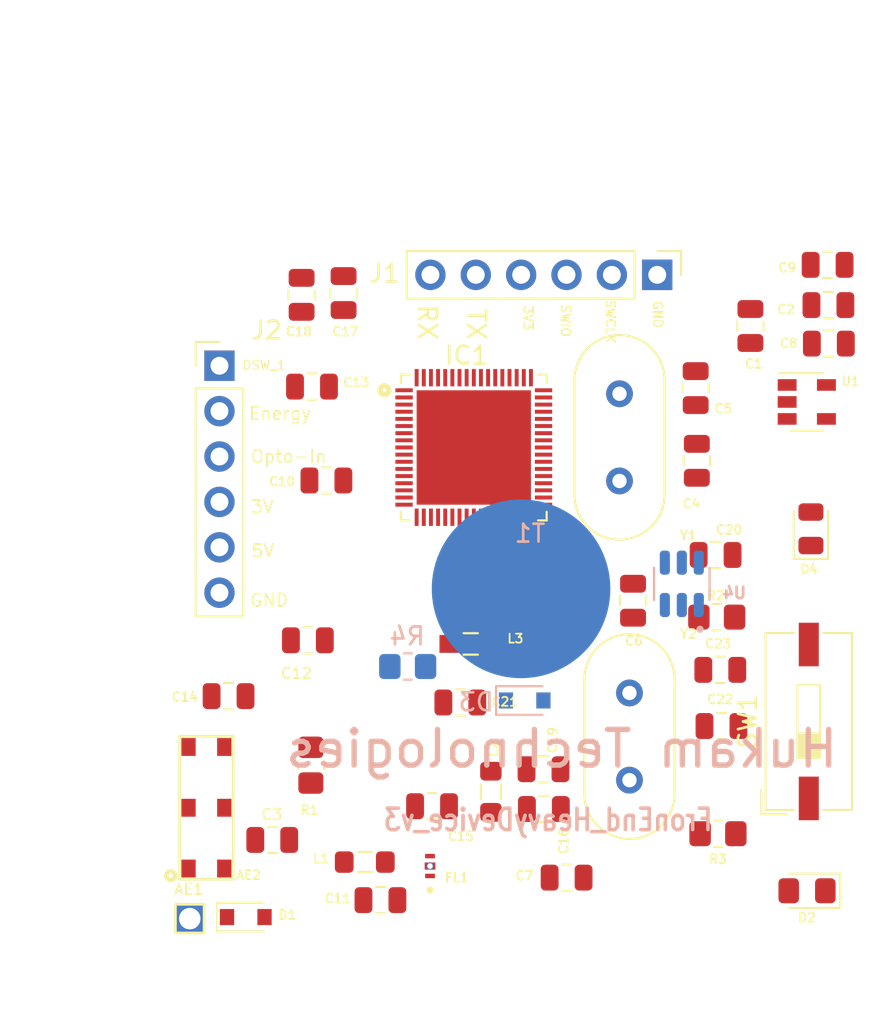
<source format=kicad_pcb>
(kicad_pcb (version 20171130) (host pcbnew 5.1.7-a382d34a8~88~ubuntu18.04.1)

  (general
    (thickness 1.6)
    (drawings 21)
    (tracks 0)
    (zones 0)
    (modules 46)
    (nets 78)
  )

  (page A4)
  (layers
    (0 F.Cu signal)
    (31 B.Cu signal)
    (32 B.Adhes user)
    (33 F.Adhes user)
    (34 B.Paste user)
    (35 F.Paste user)
    (36 B.SilkS user)
    (37 F.SilkS user)
    (38 B.Mask user)
    (39 F.Mask user)
    (40 Dwgs.User user)
    (41 Cmts.User user)
    (42 Eco1.User user)
    (43 Eco2.User user)
    (44 Edge.Cuts user)
    (45 Margin user)
    (46 B.CrtYd user)
    (47 F.CrtYd user)
    (48 B.Fab user)
    (49 F.Fab user)
  )

  (setup
    (last_trace_width 0.2)
    (trace_clearance 0.2)
    (zone_clearance 0.508)
    (zone_45_only no)
    (trace_min 0.2)
    (via_size 0.65)
    (via_drill 0.5)
    (via_min_size 0.4)
    (via_min_drill 0.3)
    (user_via 0.65 0.5)
    (uvia_size 0.65)
    (uvia_drill 0.5)
    (uvias_allowed no)
    (uvia_min_size 0.2)
    (uvia_min_drill 0.1)
    (edge_width 0.05)
    (segment_width 0.2)
    (pcb_text_width 0.3)
    (pcb_text_size 1.5 1.5)
    (mod_edge_width 0.12)
    (mod_text_size 1 1)
    (mod_text_width 0.15)
    (pad_size 1.524 1.524)
    (pad_drill 0.762)
    (pad_to_mask_clearance 0.05)
    (aux_axis_origin 0 0)
    (visible_elements FFFFFF7F)
    (pcbplotparams
      (layerselection 0x3f3ff_ffffffff)
      (usegerberextensions true)
      (usegerberattributes false)
      (usegerberadvancedattributes false)
      (creategerberjobfile true)
      (excludeedgelayer true)
      (linewidth 0.150000)
      (plotframeref false)
      (viasonmask false)
      (mode 1)
      (useauxorigin false)
      (hpglpennumber 1)
      (hpglpenspeed 20)
      (hpglpendiameter 15.000000)
      (psnegative false)
      (psa4output false)
      (plotreference true)
      (plotvalue false)
      (plotinvisibletext false)
      (padsonsilk false)
      (subtractmaskfromsilk false)
      (outputformat 1)
      (mirror false)
      (drillshape 0)
      (scaleselection 1)
      (outputdirectory "FrontEnd_HeavyDevice_v2_Gerber/"))
  )

  (net 0 "")
  (net 1 "Net-(AE1-Pad1)")
  (net 2 /5V)
  (net 3 /GND)
  (net 4 /VCC3V3)
  (net 5 /PC14)
  (net 6 /PC15)
  (net 7 /OSCIN)
  (net 8 /OSCOUT)
  (net 9 "Net-(D1-Pad2)")
  (net 10 "Net-(D2-Pad2)")
  (net 11 /RX0)
  (net 12 /TX0)
  (net 13 /SWIO)
  (net 14 /SWCLK)
  (net 15 /DSW_1)
  (net 16 /Opto_IN)
  (net 17 /Energy)
  (net 18 "Net-(U1-Pad4)")
  (net 19 /Touch_1)
  (net 20 "Net-(T1-Pad1)")
  (net 21 "Net-(U4-Pad4)")
  (net 22 "Net-(U4-Pad6)")
  (net 23 "Net-(D3-Pad2)")
  (net 24 "Net-(C10-Pad1)")
  (net 25 "Net-(C11-Pad2)")
  (net 26 "Net-(C11-Pad1)")
  (net 27 "Net-(C12-Pad2)")
  (net 28 "Net-(C15-Pad1)")
  (net 29 "Net-(C16-Pad1)")
  (net 30 "Net-(C21-Pad1)")
  (net 31 /NRST)
  (net 32 "Net-(IC1-Pad69)")
  (net 33 "Net-(IC1-Pad67)")
  (net 34 "Net-(IC1-Pad66)")
  (net 35 "Net-(IC1-Pad64)")
  (net 36 "Net-(IC1-Pad63)")
  (net 37 "Net-(IC1-Pad60)")
  (net 38 "Net-(IC1-Pad58)")
  (net 39 "Net-(IC1-Pad57)")
  (net 40 "Net-(IC1-Pad55)")
  (net 41 "Net-(IC1-Pad53)")
  (net 42 "Net-(IC1-Pad52)")
  (net 43 "Net-(IC1-Pad51)")
  (net 44 "Net-(IC1-Pad50)")
  (net 45 "Net-(IC1-Pad49)")
  (net 46 "Net-(IC1-Pad48)")
  (net 47 "Net-(IC1-Pad47)")
  (net 48 "Net-(IC1-Pad46)")
  (net 49 "Net-(IC1-Pad43)")
  (net 50 "Net-(IC1-Pad40)")
  (net 51 "Net-(IC1-Pad39)")
  (net 52 "Net-(IC1-Pad38)")
  (net 53 "Net-(IC1-Pad37)")
  (net 54 "Net-(IC1-Pad36)")
  (net 55 "Net-(IC1-Pad29)")
  (net 56 "Net-(IC1-Pad28)")
  (net 57 "Net-(IC1-Pad27)")
  (net 58 "Net-(IC1-Pad26)")
  (net 59 "Net-(IC1-Pad25)")
  (net 60 "Net-(IC1-Pad24)")
  (net 61 "Net-(IC1-Pad23)")
  (net 62 "Net-(IC1-Pad22)")
  (net 63 "Net-(IC1-Pad21)")
  (net 64 "Net-(IC1-Pad20)")
  (net 65 "Net-(IC1-Pad19)")
  (net 66 "Net-(IC1-Pad16)")
  (net 67 "Net-(IC1-Pad15)")
  (net 68 "Net-(IC1-Pad12)")
  (net 69 "Net-(IC1-Pad11)")
  (net 70 "Net-(IC1-Pad10)")
  (net 71 "Net-(IC1-Pad9)")
  (net 72 "Net-(IC1-Pad7)")
  (net 73 "Net-(IC1-Pad6)")
  (net 74 "Net-(IC1-Pad5)")
  (net 75 "Net-(IC1-Pad2)")
  (net 76 "Net-(C19-Pad2)")
  (net 77 "Net-(C19-Pad1)")

  (net_class Default "This is the default net class."
    (clearance 0.2)
    (trace_width 0.2)
    (via_dia 0.65)
    (via_drill 0.5)
    (uvia_dia 0.65)
    (uvia_drill 0.5)
    (diff_pair_width 0.5)
    (diff_pair_gap 0.5)
    (add_net /5V)
    (add_net /DSW_1)
    (add_net /Energy)
    (add_net /GND)
    (add_net /NRST)
    (add_net /OSCIN)
    (add_net /OSCOUT)
    (add_net /Opto_IN)
    (add_net /PC14)
    (add_net /PC15)
    (add_net /RX0)
    (add_net /SWCLK)
    (add_net /SWIO)
    (add_net /TX0)
    (add_net /Touch_1)
    (add_net /VCC3V3)
    (add_net "Net-(C10-Pad1)")
    (add_net "Net-(C12-Pad2)")
    (add_net "Net-(C19-Pad1)")
    (add_net "Net-(C19-Pad2)")
    (add_net "Net-(C21-Pad1)")
    (add_net "Net-(D1-Pad2)")
    (add_net "Net-(D2-Pad2)")
    (add_net "Net-(D3-Pad2)")
    (add_net "Net-(IC1-Pad10)")
    (add_net "Net-(IC1-Pad11)")
    (add_net "Net-(IC1-Pad12)")
    (add_net "Net-(IC1-Pad15)")
    (add_net "Net-(IC1-Pad16)")
    (add_net "Net-(IC1-Pad19)")
    (add_net "Net-(IC1-Pad2)")
    (add_net "Net-(IC1-Pad20)")
    (add_net "Net-(IC1-Pad21)")
    (add_net "Net-(IC1-Pad22)")
    (add_net "Net-(IC1-Pad23)")
    (add_net "Net-(IC1-Pad24)")
    (add_net "Net-(IC1-Pad25)")
    (add_net "Net-(IC1-Pad26)")
    (add_net "Net-(IC1-Pad27)")
    (add_net "Net-(IC1-Pad28)")
    (add_net "Net-(IC1-Pad29)")
    (add_net "Net-(IC1-Pad36)")
    (add_net "Net-(IC1-Pad37)")
    (add_net "Net-(IC1-Pad38)")
    (add_net "Net-(IC1-Pad39)")
    (add_net "Net-(IC1-Pad40)")
    (add_net "Net-(IC1-Pad43)")
    (add_net "Net-(IC1-Pad46)")
    (add_net "Net-(IC1-Pad47)")
    (add_net "Net-(IC1-Pad48)")
    (add_net "Net-(IC1-Pad49)")
    (add_net "Net-(IC1-Pad5)")
    (add_net "Net-(IC1-Pad50)")
    (add_net "Net-(IC1-Pad51)")
    (add_net "Net-(IC1-Pad52)")
    (add_net "Net-(IC1-Pad53)")
    (add_net "Net-(IC1-Pad55)")
    (add_net "Net-(IC1-Pad57)")
    (add_net "Net-(IC1-Pad58)")
    (add_net "Net-(IC1-Pad6)")
    (add_net "Net-(IC1-Pad60)")
    (add_net "Net-(IC1-Pad63)")
    (add_net "Net-(IC1-Pad64)")
    (add_net "Net-(IC1-Pad66)")
    (add_net "Net-(IC1-Pad67)")
    (add_net "Net-(IC1-Pad69)")
    (add_net "Net-(IC1-Pad7)")
    (add_net "Net-(IC1-Pad9)")
    (add_net "Net-(T1-Pad1)")
    (add_net "Net-(U1-Pad4)")
    (add_net "Net-(U4-Pad4)")
    (add_net "Net-(U4-Pad6)")
  )

  (net_class Antenna ""
    (clearance 0.25)
    (trace_width 0.8)
    (via_dia 0.65)
    (via_drill 0.5)
    (uvia_dia 0.65)
    (uvia_drill 0.5)
    (diff_pair_width 0.5)
    (diff_pair_gap 0.5)
    (add_net "Net-(AE1-Pad1)")
    (add_net "Net-(C11-Pad1)")
    (add_net "Net-(C11-Pad2)")
    (add_net "Net-(C15-Pad1)")
    (add_net "Net-(C16-Pad1)")
  )

  (module Custom_Libraries:M830520 (layer F.Cu) (tedit 61E07B21) (tstamp 61E0947D)
    (at 97.97796 111.65332 90)
    (descr "module 1 pin (ou trou mecanique de percage)")
    (tags DEV)
    (path /61E16A60)
    (fp_text reference AE2 (at -3.76682 2.36474 180) (layer F.SilkS)
      (effects (font (size 0.5 0.5) (thickness 0.1)))
    )
    (fp_text value M830520 (at -6.6548 17.15262 90) (layer F.Fab) hide
      (effects (font (size 0.5 0.5) (thickness 0.1)))
    )
    (fp_circle (center -3.8 -2) (end -3.6 -2) (layer F.SilkS) (width 0.15))
    (fp_circle (center -3.8 -2) (end -3.5 -2) (layer F.SilkS) (width 0.15))
    (fp_line (start -4 1.5) (end -4 -1.5) (layer F.SilkS) (width 0.15))
    (fp_line (start 4 1.5) (end -4 1.5) (layer F.SilkS) (width 0.15))
    (fp_line (start 4 -1.5) (end 4 1.5) (layer F.SilkS) (width 0.15))
    (fp_line (start -4 -1.5) (end 4 -1.5) (layer F.SilkS) (width 0.15))
    (pad 2 smd rect (at -3.4 1 90) (size 1 0.8) (layers F.Cu F.Paste F.Mask)
      (net 3 /GND))
    (pad 3 smd rect (at 0 1 90) (size 1 0.8) (layers F.Cu F.Paste F.Mask))
    (pad 1 smd rect (at -3.4 -1 90) (size 1 0.8) (layers F.Cu F.Paste F.Mask)
      (net 1 "Net-(AE1-Pad1)"))
    (pad 4 smd rect (at 3.4 1 90) (size 1 0.8) (layers F.Cu F.Paste F.Mask))
    (pad 5 smd rect (at 3.4 -1 90) (size 1 0.8) (layers F.Cu F.Paste F.Mask))
    (pad 6 smd rect (at 0 -1 90) (size 1 0.8) (layers F.Cu F.Paste F.Mask))
  )

  (module Swiches:SW_DIP_SPSTx01_Slide_9.78x4.72mm_W8.61mm_P2.54mm (layer F.Cu) (tedit 5A4E1404) (tstamp 61DB8BEF)
    (at 131.70916 106.82478 90)
    (descr "SMD 1x-dip-switch SPST , Slide, row spacing 8.61 mm (338 mils), body size 9.78x4.72mm (see e.g. https://www.ctscorp.com/wp-content/uploads/204.pdf), SMD")
    (tags "SMD DIP Switch SPST Slide 8.61mm 338mil SMD")
    (path /62234A6B)
    (attr smd)
    (fp_text reference SW1 (at 0 -3.42 90) (layer F.SilkS)
      (effects (font (size 1 1) (thickness 0.15)))
    )
    (fp_text value SW_Push (at 0 3.42 90) (layer F.Fab)
      (effects (font (size 1 1) (thickness 0.15)))
    )
    (fp_text user on (at 1.3075 -1.4975 90) (layer F.Fab)
      (effects (font (size 0.6 0.6) (thickness 0.09)))
    )
    (fp_text user %R (at 3.46 0) (layer F.Fab)
      (effects (font (size 0.6 0.6) (thickness 0.09)))
    )
    (fp_line (start -3.89 -2.36) (end 4.89 -2.36) (layer F.Fab) (width 0.1))
    (fp_line (start 4.89 -2.36) (end 4.89 2.36) (layer F.Fab) (width 0.1))
    (fp_line (start 4.89 2.36) (end -4.89 2.36) (layer F.Fab) (width 0.1))
    (fp_line (start -4.89 2.36) (end -4.89 -1.36) (layer F.Fab) (width 0.1))
    (fp_line (start -4.89 -1.36) (end -3.89 -2.36) (layer F.Fab) (width 0.1))
    (fp_line (start -2.03 -0.635) (end -2.03 0.635) (layer F.Fab) (width 0.1))
    (fp_line (start -2.03 0.635) (end 2.03 0.635) (layer F.Fab) (width 0.1))
    (fp_line (start 2.03 0.635) (end 2.03 -0.635) (layer F.Fab) (width 0.1))
    (fp_line (start 2.03 -0.635) (end -2.03 -0.635) (layer F.Fab) (width 0.1))
    (fp_line (start -2.03 -0.535) (end -0.676667 -0.535) (layer F.Fab) (width 0.1))
    (fp_line (start -2.03 -0.435) (end -0.676667 -0.435) (layer F.Fab) (width 0.1))
    (fp_line (start -2.03 -0.335) (end -0.676667 -0.335) (layer F.Fab) (width 0.1))
    (fp_line (start -2.03 -0.235) (end -0.676667 -0.235) (layer F.Fab) (width 0.1))
    (fp_line (start -2.03 -0.135) (end -0.676667 -0.135) (layer F.Fab) (width 0.1))
    (fp_line (start -2.03 -0.035) (end -0.676667 -0.035) (layer F.Fab) (width 0.1))
    (fp_line (start -2.03 0.065) (end -0.676667 0.065) (layer F.Fab) (width 0.1))
    (fp_line (start -2.03 0.165) (end -0.676667 0.165) (layer F.Fab) (width 0.1))
    (fp_line (start -2.03 0.265) (end -0.676667 0.265) (layer F.Fab) (width 0.1))
    (fp_line (start -2.03 0.365) (end -0.676667 0.365) (layer F.Fab) (width 0.1))
    (fp_line (start -2.03 0.465) (end -0.676667 0.465) (layer F.Fab) (width 0.1))
    (fp_line (start -2.03 0.565) (end -0.676667 0.565) (layer F.Fab) (width 0.1))
    (fp_line (start -0.676667 -0.635) (end -0.676667 0.635) (layer F.Fab) (width 0.1))
    (fp_line (start -4.95 -2.42) (end 4.95 -2.42) (layer F.SilkS) (width 0.12))
    (fp_line (start -4.95 2.42) (end 4.95 2.42) (layer F.SilkS) (width 0.12))
    (fp_line (start -4.95 -2.42) (end -4.95 -0.8) (layer F.SilkS) (width 0.12))
    (fp_line (start -4.95 0.8) (end -4.95 2.42) (layer F.SilkS) (width 0.12))
    (fp_line (start 4.95 -2.42) (end 4.95 -0.8) (layer F.SilkS) (width 0.12))
    (fp_line (start 4.95 0.8) (end 4.95 2.42) (layer F.SilkS) (width 0.12))
    (fp_line (start -5.19 -2.66) (end -3.806 -2.66) (layer F.SilkS) (width 0.12))
    (fp_line (start -5.19 -2.66) (end -5.19 -1.277) (layer F.SilkS) (width 0.12))
    (fp_line (start -2.03 -0.635) (end -2.03 0.635) (layer F.SilkS) (width 0.12))
    (fp_line (start -2.03 0.635) (end 2.03 0.635) (layer F.SilkS) (width 0.12))
    (fp_line (start 2.03 0.635) (end 2.03 -0.635) (layer F.SilkS) (width 0.12))
    (fp_line (start 2.03 -0.635) (end -2.03 -0.635) (layer F.SilkS) (width 0.12))
    (fp_line (start -2.03 -0.515) (end -0.676667 -0.515) (layer F.SilkS) (width 0.12))
    (fp_line (start -2.03 -0.395) (end -0.676667 -0.395) (layer F.SilkS) (width 0.12))
    (fp_line (start -2.03 -0.275) (end -0.676667 -0.275) (layer F.SilkS) (width 0.12))
    (fp_line (start -2.03 -0.155) (end -0.676667 -0.155) (layer F.SilkS) (width 0.12))
    (fp_line (start -2.03 -0.035) (end -0.676667 -0.035) (layer F.SilkS) (width 0.12))
    (fp_line (start -2.03 0.085) (end -0.676667 0.085) (layer F.SilkS) (width 0.12))
    (fp_line (start -2.03 0.205) (end -0.676667 0.205) (layer F.SilkS) (width 0.12))
    (fp_line (start -2.03 0.325) (end -0.676667 0.325) (layer F.SilkS) (width 0.12))
    (fp_line (start -2.03 0.445) (end -0.676667 0.445) (layer F.SilkS) (width 0.12))
    (fp_line (start -2.03 0.565) (end -0.676667 0.565) (layer F.SilkS) (width 0.12))
    (fp_line (start -0.676667 -0.635) (end -0.676667 0.635) (layer F.SilkS) (width 0.12))
    (fp_line (start -5.8 -2.7) (end -5.8 2.7) (layer F.CrtYd) (width 0.05))
    (fp_line (start -5.8 2.7) (end 5.8 2.7) (layer F.CrtYd) (width 0.05))
    (fp_line (start 5.8 2.7) (end 5.8 -2.7) (layer F.CrtYd) (width 0.05))
    (fp_line (start 5.8 -2.7) (end -5.8 -2.7) (layer F.CrtYd) (width 0.05))
    (pad 2 smd rect (at 4.305 0 90) (size 2.44 1.12) (layers F.Cu F.Paste F.Mask)
      (net 31 /NRST))
    (pad 1 smd rect (at -4.305 0 90) (size 2.44 1.12) (layers F.Cu F.Paste F.Mask)
      (net 3 /GND))
    (model ${KISYS3DMOD}/Button_Switch_SMD.3dshapes/SW_DIP_SPSTx01_Slide_9.78x4.72mm_W8.61mm_P2.54mm.wrl
      (at (xyz 0 0 0))
      (scale (xyz 1 1 1))
      (rotate (xyz 0 0 90))
    )
  )

  (module Diodes_SMD:D_0805_2012Metric_Pad1.15x1.40mm_HandSolder (layer F.Cu) (tedit 5F68FEF0) (tstamp 61DB88C6)
    (at 131.6101 116.29898 180)
    (descr "Diode SMD 0805 (2012 Metric), square (rectangular) end terminal, IPC_7351 nominal, (Body size source: https://docs.google.com/spreadsheets/d/1BsfQQcO9C6DZCsRaXUlFlo91Tg2WpOkGARC1WS5S8t0/edit?usp=sharing), generated with kicad-footprint-generator")
    (tags "diode handsolder")
    (path /61E33344)
    (attr smd)
    (fp_text reference D2 (at 0 -1.5) (layer F.SilkS)
      (effects (font (size 0.5 0.5) (thickness 0.1)))
    )
    (fp_text value LED (at 0 1.65) (layer F.Fab) hide
      (effects (font (size 1 1) (thickness 0.15)))
    )
    (fp_line (start 1 -0.6) (end -0.7 -0.6) (layer F.Fab) (width 0.1))
    (fp_line (start -0.7 -0.6) (end -1 -0.3) (layer F.Fab) (width 0.1))
    (fp_line (start -1 -0.3) (end -1 0.6) (layer F.Fab) (width 0.1))
    (fp_line (start -1 0.6) (end 1 0.6) (layer F.Fab) (width 0.1))
    (fp_line (start 1 0.6) (end 1 -0.6) (layer F.Fab) (width 0.1))
    (fp_line (start 1 -0.96) (end -1.86 -0.96) (layer F.SilkS) (width 0.12))
    (fp_line (start -1.86 -0.96) (end -1.86 0.96) (layer F.SilkS) (width 0.12))
    (fp_line (start -1.86 0.96) (end 1 0.96) (layer F.SilkS) (width 0.12))
    (fp_line (start -1.85 0.95) (end -1.85 -0.95) (layer F.CrtYd) (width 0.05))
    (fp_line (start -1.85 -0.95) (end 1.85 -0.95) (layer F.CrtYd) (width 0.05))
    (fp_line (start 1.85 -0.95) (end 1.85 0.95) (layer F.CrtYd) (width 0.05))
    (fp_line (start 1.85 0.95) (end -1.85 0.95) (layer F.CrtYd) (width 0.05))
    (fp_text user %R (at 0 0) (layer F.Fab) hide
      (effects (font (size 0.5 0.5) (thickness 0.08)))
    )
    (pad 2 smd roundrect (at 1.025 0 180) (size 1.15 1.4) (layers F.Cu F.Paste F.Mask) (roundrect_rratio 0.217391)
      (net 10 "Net-(D2-Pad2)"))
    (pad 1 smd roundrect (at -1.025 0 180) (size 1.15 1.4) (layers F.Cu F.Paste F.Mask) (roundrect_rratio 0.217391)
      (net 3 /GND))
    (model ${KISYS3DMOD}/Diode_SMD.3dshapes/D_0805_2012Metric.wrl
      (at (xyz 0 0 0))
      (scale (xyz 1 1 1))
      (rotate (xyz 0 0 0))
    )
  )

  (module Custom_Libraries:TTP223_SOT95 (layer B.Cu) (tedit 618B6C14) (tstamp 5F487A41)
    (at 124.5997 99.1235 90)
    (path /5F13B7C9)
    (fp_text reference U4 (at -0.508 2.9464 180) (layer B.SilkS)
      (effects (font (size 0.64 0.64) (thickness 0.15)) (justify mirror))
    )
    (fp_text value TTP223 (at 4.6 -3.1 90) (layer B.Fab) hide
      (effects (font (size 0.64 0.64) (thickness 0.15)) (justify mirror))
    )
    (fp_circle (center -2.54 1.016) (end -2.44 1.016) (layer B.SilkS) (width 0.2))
    (fp_line (start -0.9 1.55) (end -0.9 -1.55) (layer B.Fab) (width 0.127))
    (fp_line (start -0.9 -1.55) (end 0.9 -1.55) (layer B.Fab) (width 0.127))
    (fp_line (start 0.9 -1.55) (end 0.9 1.55) (layer B.Fab) (width 0.127))
    (fp_line (start 0.9 1.55) (end -0.9 1.55) (layer B.Fab) (width 0.127))
    (fp_line (start 0.9 1.555) (end -0.9 1.555) (layer B.SilkS) (width 0.127))
    (fp_line (start 0.9 -1.555) (end -0.9 -1.555) (layer B.SilkS) (width 0.127))
    (fp_line (start -2.11 1.8) (end -2.11 -1.8) (layer B.CrtYd) (width 0.05))
    (fp_line (start -2.11 -1.8) (end 2.11 -1.8) (layer B.CrtYd) (width 0.05))
    (fp_line (start 2.11 -1.8) (end 2.11 1.8) (layer B.CrtYd) (width 0.05))
    (fp_line (start 2.11 1.8) (end -2.11 1.8) (layer B.CrtYd) (width 0.05))
    (fp_circle (center -2.54 1.016) (end -2.44 1.016) (layer B.Fab) (width 0.2))
    (pad 6 smd roundrect (at 1.185 0.95 90) (size 1.35 0.57) (layers B.Cu B.Paste B.Mask) (roundrect_rratio 0.34)
      (net 22 "Net-(U4-Pad6)"))
    (pad 5 smd roundrect (at 1.185 0 90) (size 1.35 0.57) (layers B.Cu B.Paste B.Mask) (roundrect_rratio 0.34)
      (net 4 /VCC3V3))
    (pad 4 smd roundrect (at 1.185 -0.95 90) (size 1.35 0.57) (layers B.Cu B.Paste B.Mask) (roundrect_rratio 0.34)
      (net 21 "Net-(U4-Pad4)"))
    (pad 3 smd roundrect (at -1.185 -0.95 90) (size 1.35 0.57) (layers B.Cu B.Paste B.Mask) (roundrect_rratio 0.34)
      (net 20 "Net-(T1-Pad1)"))
    (pad 2 smd roundrect (at -1.185 0 90) (size 1.35 0.57) (layers B.Cu B.Paste B.Mask) (roundrect_rratio 0.34)
      (net 3 /GND))
    (pad 1 smd roundrect (at -1.185 0.95 90) (size 1.35 0.57) (layers B.Cu B.Paste B.Mask) (roundrect_rratio 0.34)
      (net 19 /Touch_1))
  )

  (module Resistors_SMD:R_0805_2012Metric_Pad1.20x1.40mm_HandSolder (layer B.Cu) (tedit 5F68FEEE) (tstamp 5F4B90AD)
    (at 109.25 103.75 180)
    (descr "Resistor SMD 0805 (2012 Metric), square (rectangular) end terminal, IPC_7351 nominal with elongated pad for handsoldering. (Body size source: IPC-SM-782 page 72, https://www.pcb-3d.com/wordpress/wp-content/uploads/ipc-sm-782a_amendment_1_and_2.pdf), generated with kicad-footprint-generator")
    (tags "resistor handsolder")
    (path /5F4C861D)
    (attr smd)
    (fp_text reference R4 (at 0.02492 1.69534) (layer B.SilkS)
      (effects (font (size 1 1) (thickness 0.15)) (justify mirror))
    )
    (fp_text value "510 R" (at 0 -1.65) (layer B.Fab) hide
      (effects (font (size 1 1) (thickness 0.15)) (justify mirror))
    )
    (fp_line (start -1 -0.625) (end -1 0.625) (layer B.Fab) (width 0.1))
    (fp_line (start -1 0.625) (end 1 0.625) (layer B.Fab) (width 0.1))
    (fp_line (start 1 0.625) (end 1 -0.625) (layer B.Fab) (width 0.1))
    (fp_line (start 1 -0.625) (end -1 -0.625) (layer B.Fab) (width 0.1))
    (fp_line (start -0.227064 0.735) (end 0.227064 0.735) (layer B.SilkS) (width 0.12))
    (fp_line (start -0.227064 -0.735) (end 0.227064 -0.735) (layer B.SilkS) (width 0.12))
    (fp_line (start -1.85 -0.95) (end -1.85 0.95) (layer B.CrtYd) (width 0.05))
    (fp_line (start -1.85 0.95) (end 1.85 0.95) (layer B.CrtYd) (width 0.05))
    (fp_line (start 1.85 0.95) (end 1.85 -0.95) (layer B.CrtYd) (width 0.05))
    (fp_line (start 1.85 -0.95) (end -1.85 -0.95) (layer B.CrtYd) (width 0.05))
    (fp_text user %R (at 0 0) (layer B.Fab) hide
      (effects (font (size 0.5 0.5) (thickness 0.08)) (justify mirror))
    )
    (pad 2 smd roundrect (at 1 0 180) (size 1.2 1.4) (layers B.Cu B.Paste B.Mask) (roundrect_rratio 0.208333)
      (net 15 /DSW_1))
    (pad 1 smd roundrect (at -1 0 180) (size 1.2 1.4) (layers B.Cu B.Paste B.Mask) (roundrect_rratio 0.208333)
      (net 23 "Net-(D3-Pad2)"))
    (model ${KISYS3DMOD}/Resistor_SMD.3dshapes/R_0805_2012Metric.wrl
      (at (xyz 0 0 0))
      (scale (xyz 1 1 1))
      (rotate (xyz 0 0 0))
    )
  )

  (module Resistors_SMD:R_0805_2012Metric_Pad1.20x1.40mm_HandSolder (layer F.Cu) (tedit 5F68FEEE) (tstamp 61DB8BA6)
    (at 126.62408 113.1062 180)
    (descr "Resistor SMD 0805 (2012 Metric), square (rectangular) end terminal, IPC_7351 nominal with elongated pad for handsoldering. (Body size source: IPC-SM-782 page 72, https://www.pcb-3d.com/wordpress/wp-content/uploads/ipc-sm-782a_amendment_1_and_2.pdf), generated with kicad-footprint-generator")
    (tags "resistor handsolder")
    (path /61E3333A)
    (attr smd)
    (fp_text reference R3 (at 0.00254 -1.42494) (layer F.SilkS)
      (effects (font (size 0.5 0.5) (thickness 0.1)))
    )
    (fp_text value "510 R" (at 0 1.65) (layer F.Fab) hide
      (effects (font (size 1 1) (thickness 0.15)))
    )
    (fp_line (start -1 0.625) (end -1 -0.625) (layer F.Fab) (width 0.1))
    (fp_line (start -1 -0.625) (end 1 -0.625) (layer F.Fab) (width 0.1))
    (fp_line (start 1 -0.625) (end 1 0.625) (layer F.Fab) (width 0.1))
    (fp_line (start 1 0.625) (end -1 0.625) (layer F.Fab) (width 0.1))
    (fp_line (start -0.227064 -0.735) (end 0.227064 -0.735) (layer F.SilkS) (width 0.12))
    (fp_line (start -0.227064 0.735) (end 0.227064 0.735) (layer F.SilkS) (width 0.12))
    (fp_line (start -1.85 0.95) (end -1.85 -0.95) (layer F.CrtYd) (width 0.05))
    (fp_line (start -1.85 -0.95) (end 1.85 -0.95) (layer F.CrtYd) (width 0.05))
    (fp_line (start 1.85 -0.95) (end 1.85 0.95) (layer F.CrtYd) (width 0.05))
    (fp_line (start 1.85 0.95) (end -1.85 0.95) (layer F.CrtYd) (width 0.05))
    (fp_text user %R (at 0 0) (layer F.Fab) hide
      (effects (font (size 0.5 0.5) (thickness 0.08)))
    )
    (pad 2 smd roundrect (at 1 0 180) (size 1.2 1.4) (layers F.Cu F.Paste F.Mask) (roundrect_rratio 0.208333)
      (net 44 "Net-(IC1-Pad50)"))
    (pad 1 smd roundrect (at -1 0 180) (size 1.2 1.4) (layers F.Cu F.Paste F.Mask) (roundrect_rratio 0.208333)
      (net 10 "Net-(D2-Pad2)"))
    (model ${KISYS3DMOD}/Resistor_SMD.3dshapes/R_0805_2012Metric.wrl
      (at (xyz 0 0 0))
      (scale (xyz 1 1 1))
      (rotate (xyz 0 0 0))
    )
  )

  (module Resistors_SMD:R_0805_2012Metric_Pad1.20x1.40mm_HandSolder (layer F.Cu) (tedit 5F68FEEE) (tstamp 61DB8B95)
    (at 126.5555 100.98532)
    (descr "Resistor SMD 0805 (2012 Metric), square (rectangular) end terminal, IPC_7351 nominal with elongated pad for handsoldering. (Body size source: IPC-SM-782 page 72, https://www.pcb-3d.com/wordpress/wp-content/uploads/ipc-sm-782a_amendment_1_and_2.pdf), generated with kicad-footprint-generator")
    (tags "resistor handsolder")
    (path /61E89AB5)
    (attr smd)
    (fp_text reference R2 (at -0.0547 -1.2107) (layer F.SilkS)
      (effects (font (size 0.5 0.5) (thickness 0.1)))
    )
    (fp_text value 10K (at 0 1.65) (layer F.Fab) hide
      (effects (font (size 1 1) (thickness 0.15)))
    )
    (fp_line (start -1 0.625) (end -1 -0.625) (layer F.Fab) (width 0.1))
    (fp_line (start -1 -0.625) (end 1 -0.625) (layer F.Fab) (width 0.1))
    (fp_line (start 1 -0.625) (end 1 0.625) (layer F.Fab) (width 0.1))
    (fp_line (start 1 0.625) (end -1 0.625) (layer F.Fab) (width 0.1))
    (fp_line (start -0.227064 -0.735) (end 0.227064 -0.735) (layer F.SilkS) (width 0.12))
    (fp_line (start -0.227064 0.735) (end 0.227064 0.735) (layer F.SilkS) (width 0.12))
    (fp_line (start -1.85 0.95) (end -1.85 -0.95) (layer F.CrtYd) (width 0.05))
    (fp_line (start -1.85 -0.95) (end 1.85 -0.95) (layer F.CrtYd) (width 0.05))
    (fp_line (start 1.85 -0.95) (end 1.85 0.95) (layer F.CrtYd) (width 0.05))
    (fp_line (start 1.85 0.95) (end -1.85 0.95) (layer F.CrtYd) (width 0.05))
    (fp_text user %R (at 0 0) (layer F.Fab) hide
      (effects (font (size 0.5 0.5) (thickness 0.08)))
    )
    (pad 2 smd roundrect (at 1 0) (size 1.2 1.4) (layers F.Cu F.Paste F.Mask) (roundrect_rratio 0.208333)
      (net 3 /GND))
    (pad 1 smd roundrect (at -1 0) (size 1.2 1.4) (layers F.Cu F.Paste F.Mask) (roundrect_rratio 0.208333)
      (net 74 "Net-(IC1-Pad5)"))
    (model ${KISYS3DMOD}/Resistor_SMD.3dshapes/R_0805_2012Metric.wrl
      (at (xyz 0 0 0))
      (scale (xyz 1 1 1))
      (rotate (xyz 0 0 0))
    )
  )

  (module Resistors_SMD:R_0805_2012Metric_Pad1.20x1.40mm_HandSolder (layer F.Cu) (tedit 5F68FEEE) (tstamp 5F487973)
    (at 103.82758 109.2708 90)
    (descr "Resistor SMD 0805 (2012 Metric), square (rectangular) end terminal, IPC_7351 nominal with elongated pad for handsoldering. (Body size source: IPC-SM-782 page 72, https://www.pcb-3d.com/wordpress/wp-content/uploads/ipc-sm-782a_amendment_1_and_2.pdf), generated with kicad-footprint-generator")
    (tags "resistor handsolder")
    (path /5F141954)
    (attr smd)
    (fp_text reference R1 (at -2.517 -0.0915 180) (layer F.SilkS)
      (effects (font (size 0.5 0.5) (thickness 0.1)))
    )
    (fp_text value "510 R" (at 0 1.65 90) (layer F.Fab) hide
      (effects (font (size 1 1) (thickness 0.15)))
    )
    (fp_line (start -1 0.625) (end -1 -0.625) (layer F.Fab) (width 0.1))
    (fp_line (start -1 -0.625) (end 1 -0.625) (layer F.Fab) (width 0.1))
    (fp_line (start 1 -0.625) (end 1 0.625) (layer F.Fab) (width 0.1))
    (fp_line (start 1 0.625) (end -1 0.625) (layer F.Fab) (width 0.1))
    (fp_line (start -0.227064 -0.735) (end 0.227064 -0.735) (layer F.SilkS) (width 0.12))
    (fp_line (start -0.227064 0.735) (end 0.227064 0.735) (layer F.SilkS) (width 0.12))
    (fp_line (start -1.85 0.95) (end -1.85 -0.95) (layer F.CrtYd) (width 0.05))
    (fp_line (start -1.85 -0.95) (end 1.85 -0.95) (layer F.CrtYd) (width 0.05))
    (fp_line (start 1.85 -0.95) (end 1.85 0.95) (layer F.CrtYd) (width 0.05))
    (fp_line (start 1.85 0.95) (end -1.85 0.95) (layer F.CrtYd) (width 0.05))
    (fp_text user %R (at 0 0 90) (layer F.Fab) hide
      (effects (font (size 0.5 0.5) (thickness 0.08)))
    )
    (pad 2 smd roundrect (at 1 0 90) (size 1.2 1.4) (layers F.Cu F.Paste F.Mask) (roundrect_rratio 0.208333)
      (net 4 /VCC3V3))
    (pad 1 smd roundrect (at -1 0 90) (size 1.2 1.4) (layers F.Cu F.Paste F.Mask) (roundrect_rratio 0.208333)
      (net 9 "Net-(D1-Pad2)"))
    (model ${KISYS3DMOD}/Resistor_SMD.3dshapes/R_0805_2012Metric.wrl
      (at (xyz 0 0 0))
      (scale (xyz 1 1 1))
      (rotate (xyz 0 0 0))
    )
  )

  (module Custom_Libraries:Fixed_Inductor_0805 (layer F.Cu) (tedit 5F1D41B1) (tstamp 61DB8B74)
    (at 112.77854 102.48646 180)
    (path /61EB6657)
    (fp_text reference L3 (at -2.5 0.3) (layer F.SilkS)
      (effects (font (size 0.5 0.5) (thickness 0.1)))
    )
    (fp_text value 10uH (at 0.965 1.155) (layer F.Fab) hide
      (effects (font (size 0.393701 0.393701) (thickness 0.015)))
    )
    (fp_line (start -2 -0.85) (end 2 -0.85) (layer F.CrtYd) (width 0.0508))
    (fp_line (start 2 -0.85) (end 2 0.85) (layer F.CrtYd) (width 0.0508))
    (fp_line (start 2 0.85) (end -2 0.85) (layer F.CrtYd) (width 0.0508))
    (fp_line (start -2 0.85) (end -2 -0.85) (layer F.CrtYd) (width 0.0508))
    (fp_line (start -1 -0.625) (end 1 -0.625) (layer F.Fab) (width 0.127))
    (fp_line (start 1 -0.625) (end 1 0.625) (layer F.Fab) (width 0.127))
    (fp_line (start 1 0.625) (end -1 0.625) (layer F.Fab) (width 0.127))
    (fp_line (start -1 0.625) (end -1 -0.625) (layer F.Fab) (width 0.127))
    (fp_poly (pts (xy -1 -0.625) (xy -0.5 -0.625) (xy -0.5 0.625) (xy -1 0.625)) (layer F.Fab) (width 0.01))
    (fp_poly (pts (xy 0.5 -0.625) (xy 1 -0.625) (xy 1 0.625) (xy 0.5 0.625)) (layer F.Fab) (width 0.01))
    (fp_line (start -0.4 -0.6) (end 0.4 -0.6) (layer F.SilkS) (width 0.127))
    (fp_line (start -0.4 0.6) (end 0.4 0.6) (layer F.SilkS) (width 0.127))
    (pad 2 smd rect (at 1.175 0 180) (size 1.15 1) (layers F.Cu F.Paste F.Mask)
      (net 30 "Net-(C21-Pad1)"))
    (pad 1 smd rect (at -1.175 0 180) (size 1.15 1) (layers F.Cu F.Paste F.Mask)
      (net 49 "Net-(IC1-Pad43)"))
  )

  (module Inductors_SMD:L_0805_2012Metric_Pad1.05x1.20mm_HandSolder (layer F.Cu) (tedit 5F68FEF0) (tstamp 61DB8AEE)
    (at 113.90884 110.75924 270)
    (descr "Inductor SMD 0805 (2012 Metric), square (rectangular) end terminal, IPC_7351 nominal with elongated pad for handsoldering. (Body size source: IPC-SM-782 page 80, https://www.pcb-3d.com/wordpress/wp-content/uploads/ipc-sm-782a_amendment_1_and_2.pdf), generated with kicad-footprint-generator")
    (tags "inductor handsolder")
    (path /61F9AC31)
    (attr smd)
    (fp_text reference L2 (at -2.4 -0.15 90) (layer F.SilkS)
      (effects (font (size 0.5 0.5) (thickness 0.1)))
    )
    (fp_text value 2.7nH (at 0 1.55 90) (layer F.Fab) hide
      (effects (font (size 1 1) (thickness 0.15)))
    )
    (fp_line (start -1 0.45) (end -1 -0.45) (layer F.Fab) (width 0.1))
    (fp_line (start -1 -0.45) (end 1 -0.45) (layer F.Fab) (width 0.1))
    (fp_line (start 1 -0.45) (end 1 0.45) (layer F.Fab) (width 0.1))
    (fp_line (start 1 0.45) (end -1 0.45) (layer F.Fab) (width 0.1))
    (fp_line (start -0.410242 -0.56) (end 0.410242 -0.56) (layer F.SilkS) (width 0.12))
    (fp_line (start -0.410242 0.56) (end 0.410242 0.56) (layer F.SilkS) (width 0.12))
    (fp_line (start -1.92 0.85) (end -1.92 -0.85) (layer F.CrtYd) (width 0.05))
    (fp_line (start -1.92 -0.85) (end 1.92 -0.85) (layer F.CrtYd) (width 0.05))
    (fp_line (start 1.92 -0.85) (end 1.92 0.85) (layer F.CrtYd) (width 0.05))
    (fp_line (start 1.92 0.85) (end -1.92 0.85) (layer F.CrtYd) (width 0.05))
    (fp_text user %R (at 0 0 90) (layer F.Fab) hide
      (effects (font (size 0.5 0.5) (thickness 0.08)))
    )
    (pad 2 smd roundrect (at 1.15 0 270) (size 1.05 1.2) (layers F.Cu F.Paste F.Mask) (roundrect_rratio 0.238095)
      (net 29 "Net-(C16-Pad1)"))
    (pad 1 smd roundrect (at -1.15 0 270) (size 1.05 1.2) (layers F.Cu F.Paste F.Mask) (roundrect_rratio 0.238095)
      (net 28 "Net-(C15-Pad1)"))
    (model ${KISYS3DMOD}/Inductor_SMD.3dshapes/L_0805_2012Metric.wrl
      (at (xyz 0 0 0))
      (scale (xyz 1 1 1))
      (rotate (xyz 0 0 0))
    )
  )

  (module Inductors_SMD:L_0805_2012Metric_Pad1.05x1.20mm_HandSolder (layer F.Cu) (tedit 5F68FEF0) (tstamp 61DB8ADD)
    (at 106.84658 114.69318)
    (descr "Inductor SMD 0805 (2012 Metric), square (rectangular) end terminal, IPC_7351 nominal with elongated pad for handsoldering. (Body size source: IPC-SM-782 page 80, https://www.pcb-3d.com/wordpress/wp-content/uploads/ipc-sm-782a_amendment_1_and_2.pdf), generated with kicad-footprint-generator")
    (tags "inductor handsolder")
    (path /61FB03F1)
    (attr smd)
    (fp_text reference L1 (at -2.45 -0.2) (layer F.SilkS)
      (effects (font (size 0.5 0.5) (thickness 0.1)))
    )
    (fp_text value 3.6nH (at 0 1.55) (layer F.Fab) hide
      (effects (font (size 1 1) (thickness 0.15)))
    )
    (fp_line (start -1 0.45) (end -1 -0.45) (layer F.Fab) (width 0.1))
    (fp_line (start -1 -0.45) (end 1 -0.45) (layer F.Fab) (width 0.1))
    (fp_line (start 1 -0.45) (end 1 0.45) (layer F.Fab) (width 0.1))
    (fp_line (start 1 0.45) (end -1 0.45) (layer F.Fab) (width 0.1))
    (fp_line (start -0.410242 -0.56) (end 0.410242 -0.56) (layer F.SilkS) (width 0.12))
    (fp_line (start -0.410242 0.56) (end 0.410242 0.56) (layer F.SilkS) (width 0.12))
    (fp_line (start -1.92 0.85) (end -1.92 -0.85) (layer F.CrtYd) (width 0.05))
    (fp_line (start -1.92 -0.85) (end 1.92 -0.85) (layer F.CrtYd) (width 0.05))
    (fp_line (start 1.92 -0.85) (end 1.92 0.85) (layer F.CrtYd) (width 0.05))
    (fp_line (start 1.92 0.85) (end -1.92 0.85) (layer F.CrtYd) (width 0.05))
    (fp_text user %R (at 0 0) (layer F.Fab) hide
      (effects (font (size 0.5 0.5) (thickness 0.08)))
    )
    (pad 2 smd roundrect (at 1.15 0) (size 1.05 1.2) (layers F.Cu F.Paste F.Mask) (roundrect_rratio 0.238095)
      (net 25 "Net-(C11-Pad2)"))
    (pad 1 smd roundrect (at -1.15 0) (size 1.05 1.2) (layers F.Cu F.Paste F.Mask) (roundrect_rratio 0.238095)
      (net 1 "Net-(AE1-Pad1)"))
    (model ${KISYS3DMOD}/Inductor_SMD.3dshapes/L_0805_2012Metric.wrl
      (at (xyz 0 0 0))
      (scale (xyz 1 1 1))
      (rotate (xyz 0 0 0))
    )
  )

  (module Custom_Libraries:STM32WBRGV7 (layer F.Cu) (tedit 61DAE4DB) (tstamp 61DB8A68)
    (at 112.95126 91.49334)
    (path /61DB3259)
    (fp_text reference IC1 (at -0.4 -5.15) (layer F.SilkS)
      (effects (font (size 1 1) (thickness 0.15)))
    )
    (fp_text value STM32WB55RCV6 (at 13.589 5.461) (layer F.Fab) hide
      (effects (font (size 1.4 1.4) (thickness 0.15)))
    )
    (fp_poly (pts (xy -0.755 -0.755) (xy 0.755 -0.755) (xy 0.755 0.755) (xy -0.755 0.755)) (layer F.Paste) (width 0.01))
    (fp_poly (pts (xy -0.755 -2.885) (xy 0.755 -2.885) (xy 0.755 -1.375) (xy -0.755 -1.375)) (layer F.Paste) (width 0.01))
    (fp_poly (pts (xy -2.885 -2.885) (xy -1.375 -2.885) (xy -1.375 -1.375) (xy -2.885 -1.375)) (layer F.Paste) (width 0.01))
    (fp_poly (pts (xy -2.885 -0.755) (xy -1.375 -0.755) (xy -1.375 0.755) (xy -2.885 0.755)) (layer F.Paste) (width 0.01))
    (fp_poly (pts (xy -2.885 1.375) (xy -1.375 1.375) (xy -1.375 2.885) (xy -2.885 2.885)) (layer F.Paste) (width 0.01))
    (fp_poly (pts (xy -0.755 1.375) (xy 0.755 1.375) (xy 0.755 2.885) (xy -0.755 2.885)) (layer F.Paste) (width 0.01))
    (fp_poly (pts (xy 1.375 1.375) (xy 2.885 1.375) (xy 2.885 2.885) (xy 1.375 2.885)) (layer F.Paste) (width 0.01))
    (fp_poly (pts (xy 1.375 -0.755) (xy 2.885 -0.755) (xy 2.885 0.755) (xy 1.375 0.755)) (layer F.Paste) (width 0.01))
    (fp_poly (pts (xy 1.375 -2.885) (xy 2.885 -2.885) (xy 2.885 -1.375) (xy 1.375 -1.375)) (layer F.Paste) (width 0.01))
    (fp_line (start -4.08 -4.08) (end 4.08 -4.08) (layer F.Fab) (width 0.127))
    (fp_line (start 4.08 -4.08) (end 4.08 4.08) (layer F.Fab) (width 0.127))
    (fp_line (start 4.08 4.08) (end -4.08 4.08) (layer F.Fab) (width 0.127))
    (fp_line (start -4.08 4.08) (end -4.08 -4.08) (layer F.Fab) (width 0.127))
    (fp_line (start -3.6 -4.08) (end -4.08 -4.08) (layer F.SilkS) (width 0.127))
    (fp_line (start -4.08 -4.08) (end -4.08 -3.6) (layer F.SilkS) (width 0.127))
    (fp_line (start 3.6 -4.08) (end 4.08 -4.08) (layer F.SilkS) (width 0.127))
    (fp_line (start 4.08 -4.08) (end 4.08 -3.6) (layer F.SilkS) (width 0.127))
    (fp_line (start 3.6 4.08) (end 4.08 4.08) (layer F.SilkS) (width 0.127))
    (fp_line (start 4.08 4.08) (end 4.08 3.6) (layer F.SilkS) (width 0.127))
    (fp_line (start -4.08 3.6) (end -4.08 4.08) (layer F.SilkS) (width 0.127))
    (fp_line (start -4.08 4.08) (end -3.6 4.08) (layer F.SilkS) (width 0.127))
    (fp_circle (center -5 -3.2) (end -4.9 -3.2) (layer F.SilkS) (width 0.3))
    (fp_circle (center -5 -3.2) (end -4.9 -3.2) (layer F.Fab) (width 0.3))
    (fp_line (start -4.64 -4.64) (end 4.64 -4.64) (layer F.CrtYd) (width 0.05))
    (fp_line (start 4.64 -4.64) (end 4.64 4.64) (layer F.CrtYd) (width 0.05))
    (fp_line (start 4.64 4.64) (end -4.64 4.64) (layer F.CrtYd) (width 0.05))
    (fp_line (start -4.64 4.64) (end -4.64 -4.64) (layer F.CrtYd) (width 0.05))
    (pad 69 smd rect (at 0 0) (size 6.4 6.4) (layers F.Cu F.Mask)
      (net 32 "Net-(IC1-Pad69)"))
    (pad 68 smd rect (at -3.2 -3.905) (size 0.22 0.97) (layers F.Cu F.Paste F.Mask)
      (net 4 /VCC3V3))
    (pad 67 smd rect (at -2.8 -3.905) (size 0.22 0.97) (layers F.Cu F.Paste F.Mask)
      (net 33 "Net-(IC1-Pad67)"))
    (pad 66 smd rect (at -2.4 -3.905) (size 0.22 0.97) (layers F.Cu F.Paste F.Mask)
      (net 34 "Net-(IC1-Pad66)"))
    (pad 65 smd rect (at -2 -3.905) (size 0.22 0.97) (layers F.Cu F.Paste F.Mask)
      (net 15 /DSW_1))
    (pad 64 smd rect (at -1.6 -3.905) (size 0.22 0.97) (layers F.Cu F.Paste F.Mask)
      (net 35 "Net-(IC1-Pad64)"))
    (pad 63 smd rect (at -1.2 -3.905) (size 0.22 0.97) (layers F.Cu F.Paste F.Mask)
      (net 36 "Net-(IC1-Pad63)"))
    (pad 62 smd rect (at -0.8 -3.905) (size 0.22 0.97) (layers F.Cu F.Paste F.Mask)
      (net 19 /Touch_1))
    (pad 61 smd rect (at -0.4 -3.905) (size 0.22 0.97) (layers F.Cu F.Paste F.Mask)
      (net 16 /Opto_IN))
    (pad 60 smd rect (at 0 -3.905) (size 0.22 0.97) (layers F.Cu F.Paste F.Mask)
      (net 37 "Net-(IC1-Pad60)"))
    (pad 59 smd rect (at 0.4 -3.905) (size 0.22 0.97) (layers F.Cu F.Paste F.Mask)
      (net 17 /Energy))
    (pad 58 smd rect (at 0.8 -3.905) (size 0.22 0.97) (layers F.Cu F.Paste F.Mask)
      (net 38 "Net-(IC1-Pad58)"))
    (pad 57 smd rect (at 1.2 -3.905) (size 0.22 0.97) (layers F.Cu F.Paste F.Mask)
      (net 39 "Net-(IC1-Pad57)"))
    (pad 56 smd rect (at 1.6 -3.905) (size 0.22 0.97) (layers F.Cu F.Paste F.Mask)
      (net 14 /SWCLK))
    (pad 55 smd rect (at 2 -3.905) (size 0.22 0.97) (layers F.Cu F.Paste F.Mask)
      (net 40 "Net-(IC1-Pad55)"))
    (pad 54 smd rect (at 2.4 -3.905) (size 0.22 0.97) (layers F.Cu F.Paste F.Mask)
      (net 13 /SWIO))
    (pad 53 smd rect (at 2.8 -3.905) (size 0.22 0.97) (layers F.Cu F.Paste F.Mask)
      (net 41 "Net-(IC1-Pad53)"))
    (pad 52 smd rect (at 3.2 -3.905) (size 0.22 0.97) (layers F.Cu F.Paste F.Mask)
      (net 42 "Net-(IC1-Pad52)"))
    (pad 51 smd rect (at 3.905 -3.2) (size 0.97 0.22) (layers F.Cu F.Paste F.Mask)
      (net 43 "Net-(IC1-Pad51)"))
    (pad 50 smd rect (at 3.905 -2.8) (size 0.97 0.22) (layers F.Cu F.Paste F.Mask)
      (net 44 "Net-(IC1-Pad50)"))
    (pad 49 smd rect (at 3.905 -2.4) (size 0.97 0.22) (layers F.Cu F.Paste F.Mask)
      (net 45 "Net-(IC1-Pad49)"))
    (pad 48 smd rect (at 3.905 -2) (size 0.97 0.22) (layers F.Cu F.Paste F.Mask)
      (net 46 "Net-(IC1-Pad48)"))
    (pad 47 smd rect (at 3.905 -1.6) (size 0.97 0.22) (layers F.Cu F.Paste F.Mask)
      (net 47 "Net-(IC1-Pad47)"))
    (pad 46 smd rect (at 3.905 -1.2) (size 0.97 0.22) (layers F.Cu F.Paste F.Mask)
      (net 48 "Net-(IC1-Pad46)"))
    (pad 45 smd rect (at 3.905 -0.8) (size 0.97 0.22) (layers F.Cu F.Paste F.Mask)
      (net 4 /VCC3V3))
    (pad 44 smd rect (at 3.905 -0.4) (size 0.97 0.22) (layers F.Cu F.Paste F.Mask)
      (net 4 /VCC3V3))
    (pad 43 smd rect (at 3.905 0) (size 0.97 0.22) (layers F.Cu F.Paste F.Mask)
      (net 49 "Net-(IC1-Pad43)"))
    (pad 42 smd rect (at 3.905 0.4) (size 0.97 0.22) (layers F.Cu F.Paste F.Mask)
      (net 3 /GND))
    (pad 41 smd rect (at 3.905 0.8) (size 0.97 0.22) (layers F.Cu F.Paste F.Mask)
      (net 30 "Net-(C21-Pad1)"))
    (pad 40 smd rect (at 3.905 1.2) (size 0.97 0.22) (layers F.Cu F.Paste F.Mask)
      (net 50 "Net-(IC1-Pad40)"))
    (pad 39 smd rect (at 3.905 1.6) (size 0.97 0.22) (layers F.Cu F.Paste F.Mask)
      (net 51 "Net-(IC1-Pad39)"))
    (pad 38 smd rect (at 3.905 2) (size 0.97 0.22) (layers F.Cu F.Paste F.Mask)
      (net 52 "Net-(IC1-Pad38)"))
    (pad 37 smd rect (at 3.905 2.4) (size 0.97 0.22) (layers F.Cu F.Paste F.Mask)
      (net 53 "Net-(IC1-Pad37)"))
    (pad 36 smd rect (at 3.905 2.8) (size 0.97 0.22) (layers F.Cu F.Paste F.Mask)
      (net 54 "Net-(IC1-Pad36)"))
    (pad 35 smd rect (at 3.905 3.2) (size 0.97 0.22) (layers F.Cu F.Paste F.Mask)
      (net 7 /OSCIN))
    (pad 34 smd rect (at 3.2 3.905) (size 0.22 0.97) (layers F.Cu F.Paste F.Mask)
      (net 8 /OSCOUT))
    (pad 33 smd rect (at 2.8 3.905) (size 0.22 0.97) (layers F.Cu F.Paste F.Mask)
      (net 77 "Net-(C19-Pad1)"))
    (pad 32 smd rect (at 2.4 3.905) (size 0.22 0.97) (layers F.Cu F.Paste F.Mask)
      (net 76 "Net-(C19-Pad2)"))
    (pad 31 smd rect (at 2 3.905) (size 0.22 0.97) (layers F.Cu F.Paste F.Mask)
      (net 28 "Net-(C15-Pad1)"))
    (pad 30 smd rect (at 1.6 3.905) (size 0.22 0.97) (layers F.Cu F.Paste F.Mask)
      (net 4 /VCC3V3))
    (pad 29 smd rect (at 1.2 3.905) (size 0.22 0.97) (layers F.Cu F.Paste F.Mask)
      (net 55 "Net-(IC1-Pad29)"))
    (pad 28 smd rect (at 0.8 3.905) (size 0.22 0.97) (layers F.Cu F.Paste F.Mask)
      (net 56 "Net-(IC1-Pad28)"))
    (pad 27 smd rect (at 0.4 3.905) (size 0.22 0.97) (layers F.Cu F.Paste F.Mask)
      (net 57 "Net-(IC1-Pad27)"))
    (pad 26 smd rect (at 0 3.905) (size 0.22 0.97) (layers F.Cu F.Paste F.Mask)
      (net 58 "Net-(IC1-Pad26)"))
    (pad 25 smd rect (at -0.4 3.905) (size 0.22 0.97) (layers F.Cu F.Paste F.Mask)
      (net 59 "Net-(IC1-Pad25)"))
    (pad 24 smd rect (at -0.8 3.905) (size 0.22 0.97) (layers F.Cu F.Paste F.Mask)
      (net 60 "Net-(IC1-Pad24)"))
    (pad 23 smd rect (at -1.2 3.905) (size 0.22 0.97) (layers F.Cu F.Paste F.Mask)
      (net 61 "Net-(IC1-Pad23)"))
    (pad 22 smd rect (at -1.6 3.905) (size 0.22 0.97) (layers F.Cu F.Paste F.Mask)
      (net 62 "Net-(IC1-Pad22)"))
    (pad 21 smd rect (at -2 3.905) (size 0.22 0.97) (layers F.Cu F.Paste F.Mask)
      (net 63 "Net-(IC1-Pad21)"))
    (pad 20 smd rect (at -2.4 3.905) (size 0.22 0.97) (layers F.Cu F.Paste F.Mask)
      (net 64 "Net-(IC1-Pad20)"))
    (pad 19 smd rect (at -2.8 3.905) (size 0.22 0.97) (layers F.Cu F.Paste F.Mask)
      (net 65 "Net-(IC1-Pad19)"))
    (pad 18 smd rect (at -3.2 3.905) (size 0.22 0.97) (layers F.Cu F.Paste F.Mask)
      (net 11 /RX0))
    (pad 17 smd rect (at -3.905 3.2) (size 0.97 0.22) (layers F.Cu F.Paste F.Mask)
      (net 12 /TX0))
    (pad 16 smd rect (at -3.905 2.8) (size 0.97 0.22) (layers F.Cu F.Paste F.Mask)
      (net 66 "Net-(IC1-Pad16)"))
    (pad 15 smd rect (at -3.905 2.4) (size 0.97 0.22) (layers F.Cu F.Paste F.Mask)
      (net 67 "Net-(IC1-Pad15)"))
    (pad 14 smd rect (at -3.905 2) (size 0.97 0.22) (layers F.Cu F.Paste F.Mask)
      (net 27 "Net-(C12-Pad2)"))
    (pad 13 smd rect (at -3.905 1.6) (size 0.97 0.22) (layers F.Cu F.Paste F.Mask)
      (net 27 "Net-(C12-Pad2)"))
    (pad 12 smd rect (at -3.905 1.2) (size 0.97 0.22) (layers F.Cu F.Paste F.Mask)
      (net 68 "Net-(IC1-Pad12)"))
    (pad 11 smd rect (at -3.905 0.8) (size 0.97 0.22) (layers F.Cu F.Paste F.Mask)
      (net 69 "Net-(IC1-Pad11)"))
    (pad 10 smd rect (at -3.905 0.4) (size 0.97 0.22) (layers F.Cu F.Paste F.Mask)
      (net 70 "Net-(IC1-Pad10)"))
    (pad 9 smd rect (at -3.905 0) (size 0.97 0.22) (layers F.Cu F.Paste F.Mask)
      (net 71 "Net-(IC1-Pad9)"))
    (pad 8 smd rect (at -3.905 -0.4) (size 0.97 0.22) (layers F.Cu F.Paste F.Mask)
      (net 24 "Net-(C10-Pad1)"))
    (pad 7 smd rect (at -3.905 -0.8) (size 0.97 0.22) (layers F.Cu F.Paste F.Mask)
      (net 72 "Net-(IC1-Pad7)"))
    (pad 6 smd rect (at -3.905 -1.2) (size 0.97 0.22) (layers F.Cu F.Paste F.Mask)
      (net 73 "Net-(IC1-Pad6)"))
    (pad 5 smd rect (at -3.905 -1.6) (size 0.97 0.22) (layers F.Cu F.Paste F.Mask)
      (net 74 "Net-(IC1-Pad5)"))
    (pad 4 smd rect (at -3.905 -2) (size 0.97 0.22) (layers F.Cu F.Paste F.Mask)
      (net 6 /PC15))
    (pad 3 smd rect (at -3.905 -2.4) (size 0.97 0.22) (layers F.Cu F.Paste F.Mask)
      (net 5 /PC14))
    (pad 2 smd rect (at -3.905 -2.8) (size 0.97 0.22) (layers F.Cu F.Paste F.Mask)
      (net 75 "Net-(IC1-Pad2)"))
    (pad 1 smd rect (at -3.905 -3.2) (size 0.97 0.22) (layers F.Cu F.Paste F.Mask)
      (net 4 /VCC3V3))
  )

  (module Custom_Libraries:FIL_LFB182G45CGFD436 (layer F.Cu) (tedit 5F1D3BF6) (tstamp 61DB8990)
    (at 110.50016 114.91468 90)
    (path /61FA36FA)
    (fp_text reference FL1 (at -0.65024 1.49352 180) (layer F.SilkS)
      (effects (font (size 0.5 0.5) (thickness 0.1)))
    )
    (fp_text value LFB182G45CGFD436 (at 6.378 1.4064 90) (layer F.Fab) hide
      (effects (font (size 0.64 0.64) (thickness 0.015)))
    )
    (fp_line (start -0.8 -0.4) (end -0.8 0.4) (layer F.Fab) (width 0.127))
    (fp_line (start -0.8 0.4) (end 0.8 0.4) (layer F.Fab) (width 0.127))
    (fp_line (start 0.8 0.4) (end 0.8 -0.4) (layer F.Fab) (width 0.127))
    (fp_line (start 0.8 -0.4) (end -0.8 -0.4) (layer F.Fab) (width 0.127))
    (fp_line (start -1.05 -0.65) (end 1.05 -0.65) (layer F.CrtYd) (width 0.05))
    (fp_line (start 1.05 -0.65) (end 1.05 0.65) (layer F.CrtYd) (width 0.05))
    (fp_line (start 1.05 0.65) (end -1.05 0.65) (layer F.CrtYd) (width 0.05))
    (fp_line (start -1.05 0.65) (end -1.05 -0.65) (layer F.CrtYd) (width 0.05))
    (fp_circle (center -1.35 0) (end -1.25 0) (layer F.SilkS) (width 0.2))
    (fp_circle (center -1.35 0) (end -1.25 0) (layer F.Fab) (width 0.2))
    (fp_poly (pts (xy -0.68 -0.275) (xy -0.43 -0.275) (xy -0.43 0.275) (xy -0.68 0.275)) (layer F.Mask) (width 0.01))
    (fp_poly (pts (xy 0.43 -0.275) (xy 0.68 -0.275) (xy 0.68 0.275) (xy 0.43 0.275)) (layer F.Mask) (width 0.01))
    (fp_poly (pts (xy -0.2 -0.3) (xy 0.2 -0.3) (xy 0.2 0.3) (xy -0.2 0.3)) (layer F.Mask) (width 0.01))
    (pad 2_1 thru_hole circle (at 0 0 90) (size 0.4 0.4) (drill 0.3) (layers *.Cu))
    (pad 2 smd rect (at 0 0 90) (size 0.4 0.6) (layers F.Cu F.Paste)
      (net 3 /GND))
    (pad 3 smd rect (at 0.555 0 90) (size 0.25 0.55) (layers F.Cu F.Paste)
      (net 29 "Net-(C16-Pad1)"))
    (pad 1 smd rect (at -0.555 0 90) (size 0.25 0.55) (layers F.Cu F.Paste)
      (net 26 "Net-(C11-Pad1)"))
  )

  (module Diodes_SMD:D_0805_2012Metric (layer F.Cu) (tedit 5F68FEF0) (tstamp 61DB8907)
    (at 131.82854 96.04502 90)
    (descr "Diode SMD 0805 (2012 Metric), square (rectangular) end terminal, IPC_7351 nominal, (Body size source: https://docs.google.com/spreadsheets/d/1BsfQQcO9C6DZCsRaXUlFlo91Tg2WpOkGARC1WS5S8t0/edit?usp=sharing), generated with kicad-footprint-generator")
    (tags diode)
    (path /61E67531)
    (attr smd)
    (fp_text reference D4 (at -2.26122 -0.1 180) (layer F.SilkS)
      (effects (font (size 0.5 0.5) (thickness 0.1)))
    )
    (fp_text value BAT54KFILM (at 0 1.65 90) (layer F.Fab) hide
      (effects (font (size 1 1) (thickness 0.15)))
    )
    (fp_line (start 1 -0.6) (end -0.7 -0.6) (layer F.Fab) (width 0.1))
    (fp_line (start -0.7 -0.6) (end -1 -0.3) (layer F.Fab) (width 0.1))
    (fp_line (start -1 -0.3) (end -1 0.6) (layer F.Fab) (width 0.1))
    (fp_line (start -1 0.6) (end 1 0.6) (layer F.Fab) (width 0.1))
    (fp_line (start 1 0.6) (end 1 -0.6) (layer F.Fab) (width 0.1))
    (fp_line (start 1 -0.96) (end -1.685 -0.96) (layer F.SilkS) (width 0.12))
    (fp_line (start -1.685 -0.96) (end -1.685 0.96) (layer F.SilkS) (width 0.12))
    (fp_line (start -1.685 0.96) (end 1 0.96) (layer F.SilkS) (width 0.12))
    (fp_line (start -1.68 0.95) (end -1.68 -0.95) (layer F.CrtYd) (width 0.05))
    (fp_line (start -1.68 -0.95) (end 1.68 -0.95) (layer F.CrtYd) (width 0.05))
    (fp_line (start 1.68 -0.95) (end 1.68 0.95) (layer F.CrtYd) (width 0.05))
    (fp_line (start 1.68 0.95) (end -1.68 0.95) (layer F.CrtYd) (width 0.05))
    (fp_text user %R (at 0 0 90) (layer F.Fab) hide
      (effects (font (size 0.5 0.5) (thickness 0.08)))
    )
    (pad 2 smd roundrect (at 0.9375 0 90) (size 0.975 1.4) (layers F.Cu F.Paste F.Mask) (roundrect_rratio 0.25)
      (net 24 "Net-(C10-Pad1)"))
    (pad 1 smd roundrect (at -0.9375 0 90) (size 0.975 1.4) (layers F.Cu F.Paste F.Mask) (roundrect_rratio 0.25)
      (net 31 /NRST))
    (model ${KISYS3DMOD}/Diode_SMD.3dshapes/D_0805_2012Metric.wrl
      (at (xyz 0 0 0))
      (scale (xyz 1 1 1))
      (rotate (xyz 0 0 0))
    )
  )

  (module Capacitors_SMD:C_0805_2012Metric (layer F.Cu) (tedit 5F68FEEE) (tstamp 61DB8885)
    (at 126.75362 103.9368)
    (descr "Capacitor SMD 0805 (2012 Metric), square (rectangular) end terminal, IPC_7351 nominal, (Body size source: IPC-SM-782 page 76, https://www.pcb-3d.com/wordpress/wp-content/uploads/ipc-sm-782a_amendment_1_and_2.pdf, https://docs.google.com/spreadsheets/d/1BsfQQcO9C6DZCsRaXUlFlo91Tg2WpOkGARC1WS5S8t0/edit?usp=sharing), generated with kicad-footprint-generator")
    (tags capacitor)
    (path /61EA2E16)
    (attr smd)
    (fp_text reference C23 (at -0.1147 -1.4707) (layer F.SilkS)
      (effects (font (size 0.5 0.5) (thickness 0.1)))
    )
    (fp_text value 4.7uf (at 0 1.68) (layer F.Fab) hide
      (effects (font (size 1 1) (thickness 0.15)))
    )
    (fp_line (start -1 0.625) (end -1 -0.625) (layer F.Fab) (width 0.1))
    (fp_line (start -1 -0.625) (end 1 -0.625) (layer F.Fab) (width 0.1))
    (fp_line (start 1 -0.625) (end 1 0.625) (layer F.Fab) (width 0.1))
    (fp_line (start 1 0.625) (end -1 0.625) (layer F.Fab) (width 0.1))
    (fp_line (start -0.261252 -0.735) (end 0.261252 -0.735) (layer F.SilkS) (width 0.12))
    (fp_line (start -0.261252 0.735) (end 0.261252 0.735) (layer F.SilkS) (width 0.12))
    (fp_line (start -1.7 0.98) (end -1.7 -0.98) (layer F.CrtYd) (width 0.05))
    (fp_line (start -1.7 -0.98) (end 1.7 -0.98) (layer F.CrtYd) (width 0.05))
    (fp_line (start 1.7 -0.98) (end 1.7 0.98) (layer F.CrtYd) (width 0.05))
    (fp_line (start 1.7 0.98) (end -1.7 0.98) (layer F.CrtYd) (width 0.05))
    (fp_text user %R (at 0 0) (layer F.Fab) hide
      (effects (font (size 0.5 0.5) (thickness 0.08)))
    )
    (pad 2 smd roundrect (at 0.95 0) (size 1 1.45) (layers F.Cu F.Paste F.Mask) (roundrect_rratio 0.25)
      (net 4 /VCC3V3))
    (pad 1 smd roundrect (at -0.95 0) (size 1 1.45) (layers F.Cu F.Paste F.Mask) (roundrect_rratio 0.25)
      (net 3 /GND))
    (model ${KISYS3DMOD}/Capacitor_SMD.3dshapes/C_0805_2012Metric.wrl
      (at (xyz 0 0 0))
      (scale (xyz 1 1 1))
      (rotate (xyz 0 0 0))
    )
  )

  (module Capacitors_SMD:C_0805_2012Metric (layer F.Cu) (tedit 5F68FEEE) (tstamp 61DB8874)
    (at 126.81966 107.08132)
    (descr "Capacitor SMD 0805 (2012 Metric), square (rectangular) end terminal, IPC_7351 nominal, (Body size source: IPC-SM-782 page 76, https://www.pcb-3d.com/wordpress/wp-content/uploads/ipc-sm-782a_amendment_1_and_2.pdf, https://docs.google.com/spreadsheets/d/1BsfQQcO9C6DZCsRaXUlFlo91Tg2WpOkGARC1WS5S8t0/edit?usp=sharing), generated with kicad-footprint-generator")
    (tags capacitor)
    (path /61EAE0D1)
    (attr smd)
    (fp_text reference C22 (at -0.0647 -1.5007) (layer F.SilkS)
      (effects (font (size 0.5 0.5) (thickness 0.1)))
    )
    (fp_text value 100nf (at 0 1.68) (layer F.Fab) hide
      (effects (font (size 1 1) (thickness 0.15)))
    )
    (fp_line (start -1 0.625) (end -1 -0.625) (layer F.Fab) (width 0.1))
    (fp_line (start -1 -0.625) (end 1 -0.625) (layer F.Fab) (width 0.1))
    (fp_line (start 1 -0.625) (end 1 0.625) (layer F.Fab) (width 0.1))
    (fp_line (start 1 0.625) (end -1 0.625) (layer F.Fab) (width 0.1))
    (fp_line (start -0.261252 -0.735) (end 0.261252 -0.735) (layer F.SilkS) (width 0.12))
    (fp_line (start -0.261252 0.735) (end 0.261252 0.735) (layer F.SilkS) (width 0.12))
    (fp_line (start -1.7 0.98) (end -1.7 -0.98) (layer F.CrtYd) (width 0.05))
    (fp_line (start -1.7 -0.98) (end 1.7 -0.98) (layer F.CrtYd) (width 0.05))
    (fp_line (start 1.7 -0.98) (end 1.7 0.98) (layer F.CrtYd) (width 0.05))
    (fp_line (start 1.7 0.98) (end -1.7 0.98) (layer F.CrtYd) (width 0.05))
    (fp_text user %R (at 0 0) (layer F.Fab) hide
      (effects (font (size 0.5 0.5) (thickness 0.08)))
    )
    (pad 2 smd roundrect (at 0.95 0) (size 1 1.45) (layers F.Cu F.Paste F.Mask) (roundrect_rratio 0.25)
      (net 4 /VCC3V3))
    (pad 1 smd roundrect (at -0.95 0) (size 1 1.45) (layers F.Cu F.Paste F.Mask) (roundrect_rratio 0.25)
      (net 3 /GND))
    (model ${KISYS3DMOD}/Capacitor_SMD.3dshapes/C_0805_2012Metric.wrl
      (at (xyz 0 0 0))
      (scale (xyz 1 1 1))
      (rotate (xyz 0 0 0))
    )
  )

  (module Capacitors_SMD:C_0805_2012Metric (layer F.Cu) (tedit 5F68FEEE) (tstamp 61DB8863)
    (at 112.19688 105.76306 180)
    (descr "Capacitor SMD 0805 (2012 Metric), square (rectangular) end terminal, IPC_7351 nominal, (Body size source: IPC-SM-782 page 76, https://www.pcb-3d.com/wordpress/wp-content/uploads/ipc-sm-782a_amendment_1_and_2.pdf, https://docs.google.com/spreadsheets/d/1BsfQQcO9C6DZCsRaXUlFlo91Tg2WpOkGARC1WS5S8t0/edit?usp=sharing), generated with kicad-footprint-generator")
    (tags capacitor)
    (path /61ECD27B)
    (attr smd)
    (fp_text reference C21 (at -2.48412 0.0381) (layer F.SilkS)
      (effects (font (size 0.5 0.5) (thickness 0.1)))
    )
    (fp_text value 4.7uf (at 0 1.68) (layer F.Fab) hide
      (effects (font (size 1 1) (thickness 0.15)))
    )
    (fp_line (start -1 0.625) (end -1 -0.625) (layer F.Fab) (width 0.1))
    (fp_line (start -1 -0.625) (end 1 -0.625) (layer F.Fab) (width 0.1))
    (fp_line (start 1 -0.625) (end 1 0.625) (layer F.Fab) (width 0.1))
    (fp_line (start 1 0.625) (end -1 0.625) (layer F.Fab) (width 0.1))
    (fp_line (start -0.261252 -0.735) (end 0.261252 -0.735) (layer F.SilkS) (width 0.12))
    (fp_line (start -0.261252 0.735) (end 0.261252 0.735) (layer F.SilkS) (width 0.12))
    (fp_line (start -1.7 0.98) (end -1.7 -0.98) (layer F.CrtYd) (width 0.05))
    (fp_line (start -1.7 -0.98) (end 1.7 -0.98) (layer F.CrtYd) (width 0.05))
    (fp_line (start 1.7 -0.98) (end 1.7 0.98) (layer F.CrtYd) (width 0.05))
    (fp_line (start 1.7 0.98) (end -1.7 0.98) (layer F.CrtYd) (width 0.05))
    (fp_text user %R (at 0 0) (layer F.Fab) hide
      (effects (font (size 0.5 0.5) (thickness 0.08)))
    )
    (pad 2 smd roundrect (at 0.95 0 180) (size 1 1.45) (layers F.Cu F.Paste F.Mask) (roundrect_rratio 0.25)
      (net 3 /GND))
    (pad 1 smd roundrect (at -0.95 0 180) (size 1 1.45) (layers F.Cu F.Paste F.Mask) (roundrect_rratio 0.25)
      (net 30 "Net-(C21-Pad1)"))
    (model ${KISYS3DMOD}/Capacitor_SMD.3dshapes/C_0805_2012Metric.wrl
      (at (xyz 0 0 0))
      (scale (xyz 1 1 1))
      (rotate (xyz 0 0 0))
    )
  )

  (module Capacitors_SMD:C_0805_2012Metric (layer F.Cu) (tedit 5F68FEEE) (tstamp 61DB8852)
    (at 126.492 97.50806)
    (descr "Capacitor SMD 0805 (2012 Metric), square (rectangular) end terminal, IPC_7351 nominal, (Body size source: IPC-SM-782 page 76, https://www.pcb-3d.com/wordpress/wp-content/uploads/ipc-sm-782a_amendment_1_and_2.pdf, https://docs.google.com/spreadsheets/d/1BsfQQcO9C6DZCsRaXUlFlo91Tg2WpOkGARC1WS5S8t0/edit?usp=sharing), generated with kicad-footprint-generator")
    (tags capacitor)
    (path /61F291E4)
    (attr smd)
    (fp_text reference C20 (at 0.75 -1.4) (layer F.SilkS)
      (effects (font (size 0.5 0.5) (thickness 0.1)))
    )
    (fp_text value 100nf (at 0 1.68) (layer F.Fab) hide
      (effects (font (size 1 1) (thickness 0.15)))
    )
    (fp_line (start -1 0.625) (end -1 -0.625) (layer F.Fab) (width 0.1))
    (fp_line (start -1 -0.625) (end 1 -0.625) (layer F.Fab) (width 0.1))
    (fp_line (start 1 -0.625) (end 1 0.625) (layer F.Fab) (width 0.1))
    (fp_line (start 1 0.625) (end -1 0.625) (layer F.Fab) (width 0.1))
    (fp_line (start -0.261252 -0.735) (end 0.261252 -0.735) (layer F.SilkS) (width 0.12))
    (fp_line (start -0.261252 0.735) (end 0.261252 0.735) (layer F.SilkS) (width 0.12))
    (fp_line (start -1.7 0.98) (end -1.7 -0.98) (layer F.CrtYd) (width 0.05))
    (fp_line (start -1.7 -0.98) (end 1.7 -0.98) (layer F.CrtYd) (width 0.05))
    (fp_line (start 1.7 -0.98) (end 1.7 0.98) (layer F.CrtYd) (width 0.05))
    (fp_line (start 1.7 0.98) (end -1.7 0.98) (layer F.CrtYd) (width 0.05))
    (fp_text user %R (at 0 0) (layer F.Fab) hide
      (effects (font (size 0.5 0.5) (thickness 0.08)))
    )
    (pad 2 smd roundrect (at 0.95 0) (size 1 1.45) (layers F.Cu F.Paste F.Mask) (roundrect_rratio 0.25)
      (net 3 /GND))
    (pad 1 smd roundrect (at -0.95 0) (size 1 1.45) (layers F.Cu F.Paste F.Mask) (roundrect_rratio 0.25)
      (net 4 /VCC3V3))
    (model ${KISYS3DMOD}/Capacitor_SMD.3dshapes/C_0805_2012Metric.wrl
      (at (xyz 0 0 0))
      (scale (xyz 1 1 1))
      (rotate (xyz 0 0 0))
    )
  )

  (module Capacitors_SMD:C_0805_2012Metric (layer F.Cu) (tedit 5F68FEEE) (tstamp 61DB8841)
    (at 116.85524 109.4994 180)
    (descr "Capacitor SMD 0805 (2012 Metric), square (rectangular) end terminal, IPC_7351 nominal, (Body size source: IPC-SM-782 page 76, https://www.pcb-3d.com/wordpress/wp-content/uploads/ipc-sm-782a_amendment_1_and_2.pdf, https://docs.google.com/spreadsheets/d/1BsfQQcO9C6DZCsRaXUlFlo91Tg2WpOkGARC1WS5S8t0/edit?usp=sharing), generated with kicad-footprint-generator")
    (tags capacitor)
    (path /61F66A4A)
    (attr smd)
    (fp_text reference C19 (at -0.51054 1.63068 270) (layer F.SilkS)
      (effects (font (size 0.5 0.5) (thickness 0.1)))
    )
    (fp_text value 100nf (at 0 1.68) (layer F.Fab) hide
      (effects (font (size 1 1) (thickness 0.15)))
    )
    (fp_line (start -1 0.625) (end -1 -0.625) (layer F.Fab) (width 0.1))
    (fp_line (start -1 -0.625) (end 1 -0.625) (layer F.Fab) (width 0.1))
    (fp_line (start 1 -0.625) (end 1 0.625) (layer F.Fab) (width 0.1))
    (fp_line (start 1 0.625) (end -1 0.625) (layer F.Fab) (width 0.1))
    (fp_line (start -0.261252 -0.735) (end 0.261252 -0.735) (layer F.SilkS) (width 0.12))
    (fp_line (start -0.261252 0.735) (end 0.261252 0.735) (layer F.SilkS) (width 0.12))
    (fp_line (start -1.7 0.98) (end -1.7 -0.98) (layer F.CrtYd) (width 0.05))
    (fp_line (start -1.7 -0.98) (end 1.7 -0.98) (layer F.CrtYd) (width 0.05))
    (fp_line (start 1.7 -0.98) (end 1.7 0.98) (layer F.CrtYd) (width 0.05))
    (fp_line (start 1.7 0.98) (end -1.7 0.98) (layer F.CrtYd) (width 0.05))
    (fp_text user %R (at 0 0) (layer F.Fab) hide
      (effects (font (size 0.5 0.5) (thickness 0.08)))
    )
    (pad 2 smd roundrect (at 0.95 0 180) (size 1 1.45) (layers F.Cu F.Paste F.Mask) (roundrect_rratio 0.25)
      (net 76 "Net-(C19-Pad2)"))
    (pad 1 smd roundrect (at -0.95 0 180) (size 1 1.45) (layers F.Cu F.Paste F.Mask) (roundrect_rratio 0.25)
      (net 77 "Net-(C19-Pad1)"))
    (model ${KISYS3DMOD}/Capacitor_SMD.3dshapes/C_0805_2012Metric.wrl
      (at (xyz 0 0 0))
      (scale (xyz 1 1 1))
      (rotate (xyz 0 0 0))
    )
  )

  (module Capacitors_SMD:C_0805_2012Metric (layer F.Cu) (tedit 5F68FEEE) (tstamp 61DB8830)
    (at 103.30956 82.9528 90)
    (descr "Capacitor SMD 0805 (2012 Metric), square (rectangular) end terminal, IPC_7351 nominal, (Body size source: IPC-SM-782 page 76, https://www.pcb-3d.com/wordpress/wp-content/uploads/ipc-sm-782a_amendment_1_and_2.pdf, https://docs.google.com/spreadsheets/d/1BsfQQcO9C6DZCsRaXUlFlo91Tg2WpOkGARC1WS5S8t0/edit?usp=sharing), generated with kicad-footprint-generator")
    (tags capacitor)
    (path /61F65877)
    (attr smd)
    (fp_text reference C18 (at -2.05 -0.15 180) (layer F.SilkS)
      (effects (font (size 0.5 0.5) (thickness 0.1)))
    )
    (fp_text value 100nf (at 0 1.68 90) (layer F.Fab) hide
      (effects (font (size 1 1) (thickness 0.15)))
    )
    (fp_line (start -1 0.625) (end -1 -0.625) (layer F.Fab) (width 0.1))
    (fp_line (start -1 -0.625) (end 1 -0.625) (layer F.Fab) (width 0.1))
    (fp_line (start 1 -0.625) (end 1 0.625) (layer F.Fab) (width 0.1))
    (fp_line (start 1 0.625) (end -1 0.625) (layer F.Fab) (width 0.1))
    (fp_line (start -0.261252 -0.735) (end 0.261252 -0.735) (layer F.SilkS) (width 0.12))
    (fp_line (start -0.261252 0.735) (end 0.261252 0.735) (layer F.SilkS) (width 0.12))
    (fp_line (start -1.7 0.98) (end -1.7 -0.98) (layer F.CrtYd) (width 0.05))
    (fp_line (start -1.7 -0.98) (end 1.7 -0.98) (layer F.CrtYd) (width 0.05))
    (fp_line (start 1.7 -0.98) (end 1.7 0.98) (layer F.CrtYd) (width 0.05))
    (fp_line (start 1.7 0.98) (end -1.7 0.98) (layer F.CrtYd) (width 0.05))
    (fp_text user %R (at 0 0 90) (layer F.Fab) hide
      (effects (font (size 0.5 0.5) (thickness 0.08)))
    )
    (pad 2 smd roundrect (at 0.95 0 90) (size 1 1.45) (layers F.Cu F.Paste F.Mask) (roundrect_rratio 0.25)
      (net 3 /GND))
    (pad 1 smd roundrect (at -0.95 0 90) (size 1 1.45) (layers F.Cu F.Paste F.Mask) (roundrect_rratio 0.25)
      (net 4 /VCC3V3))
    (model ${KISYS3DMOD}/Capacitor_SMD.3dshapes/C_0805_2012Metric.wrl
      (at (xyz 0 0 0))
      (scale (xyz 1 1 1))
      (rotate (xyz 0 0 0))
    )
  )

  (module Capacitors_SMD:C_0805_2012Metric (layer F.Cu) (tedit 5F68FEEE) (tstamp 61DB881F)
    (at 105.65956 82.8528 90)
    (descr "Capacitor SMD 0805 (2012 Metric), square (rectangular) end terminal, IPC_7351 nominal, (Body size source: IPC-SM-782 page 76, https://www.pcb-3d.com/wordpress/wp-content/uploads/ipc-sm-782a_amendment_1_and_2.pdf, https://docs.google.com/spreadsheets/d/1BsfQQcO9C6DZCsRaXUlFlo91Tg2WpOkGARC1WS5S8t0/edit?usp=sharing), generated with kicad-footprint-generator")
    (tags capacitor)
    (path /61EF7530)
    (attr smd)
    (fp_text reference C17 (at -2.15 0.1 180) (layer F.SilkS)
      (effects (font (size 0.5 0.5) (thickness 0.1)))
    )
    (fp_text value 100nf (at 0 1.68 90) (layer F.Fab) hide
      (effects (font (size 1 1) (thickness 0.15)))
    )
    (fp_line (start -1 0.625) (end -1 -0.625) (layer F.Fab) (width 0.1))
    (fp_line (start -1 -0.625) (end 1 -0.625) (layer F.Fab) (width 0.1))
    (fp_line (start 1 -0.625) (end 1 0.625) (layer F.Fab) (width 0.1))
    (fp_line (start 1 0.625) (end -1 0.625) (layer F.Fab) (width 0.1))
    (fp_line (start -0.261252 -0.735) (end 0.261252 -0.735) (layer F.SilkS) (width 0.12))
    (fp_line (start -0.261252 0.735) (end 0.261252 0.735) (layer F.SilkS) (width 0.12))
    (fp_line (start -1.7 0.98) (end -1.7 -0.98) (layer F.CrtYd) (width 0.05))
    (fp_line (start -1.7 -0.98) (end 1.7 -0.98) (layer F.CrtYd) (width 0.05))
    (fp_line (start 1.7 -0.98) (end 1.7 0.98) (layer F.CrtYd) (width 0.05))
    (fp_line (start 1.7 0.98) (end -1.7 0.98) (layer F.CrtYd) (width 0.05))
    (fp_text user %R (at 0 0 90) (layer F.Fab) hide
      (effects (font (size 0.5 0.5) (thickness 0.08)))
    )
    (pad 2 smd roundrect (at 0.95 0 90) (size 1 1.45) (layers F.Cu F.Paste F.Mask) (roundrect_rratio 0.25)
      (net 3 /GND))
    (pad 1 smd roundrect (at -0.95 0 90) (size 1 1.45) (layers F.Cu F.Paste F.Mask) (roundrect_rratio 0.25)
      (net 4 /VCC3V3))
    (model ${KISYS3DMOD}/Capacitor_SMD.3dshapes/C_0805_2012Metric.wrl
      (at (xyz 0 0 0))
      (scale (xyz 1 1 1))
      (rotate (xyz 0 0 0))
    )
  )

  (module Capacitors_SMD:C_0805_2012Metric (layer F.Cu) (tedit 5F68FEEE) (tstamp 61DB880E)
    (at 116.87556 111.7219)
    (descr "Capacitor SMD 0805 (2012 Metric), square (rectangular) end terminal, IPC_7351 nominal, (Body size source: IPC-SM-782 page 76, https://www.pcb-3d.com/wordpress/wp-content/uploads/ipc-sm-782a_amendment_1_and_2.pdf, https://docs.google.com/spreadsheets/d/1BsfQQcO9C6DZCsRaXUlFlo91Tg2WpOkGARC1WS5S8t0/edit?usp=sharing), generated with kicad-footprint-generator")
    (tags capacitor)
    (path /61F9EC88)
    (attr smd)
    (fp_text reference C16 (at 1.10236 1.79832 270) (layer F.SilkS)
      (effects (font (size 0.5 0.5) (thickness 0.1)))
    )
    (fp_text value 0.3pf (at 0 1.68) (layer F.Fab) hide
      (effects (font (size 1 1) (thickness 0.15)))
    )
    (fp_line (start -1 0.625) (end -1 -0.625) (layer F.Fab) (width 0.1))
    (fp_line (start -1 -0.625) (end 1 -0.625) (layer F.Fab) (width 0.1))
    (fp_line (start 1 -0.625) (end 1 0.625) (layer F.Fab) (width 0.1))
    (fp_line (start 1 0.625) (end -1 0.625) (layer F.Fab) (width 0.1))
    (fp_line (start -0.261252 -0.735) (end 0.261252 -0.735) (layer F.SilkS) (width 0.12))
    (fp_line (start -0.261252 0.735) (end 0.261252 0.735) (layer F.SilkS) (width 0.12))
    (fp_line (start -1.7 0.98) (end -1.7 -0.98) (layer F.CrtYd) (width 0.05))
    (fp_line (start -1.7 -0.98) (end 1.7 -0.98) (layer F.CrtYd) (width 0.05))
    (fp_line (start 1.7 -0.98) (end 1.7 0.98) (layer F.CrtYd) (width 0.05))
    (fp_line (start 1.7 0.98) (end -1.7 0.98) (layer F.CrtYd) (width 0.05))
    (fp_text user %R (at 0 0) (layer F.Fab) hide
      (effects (font (size 0.5 0.5) (thickness 0.08)))
    )
    (pad 2 smd roundrect (at 0.95 0) (size 1 1.45) (layers F.Cu F.Paste F.Mask) (roundrect_rratio 0.25)
      (net 3 /GND))
    (pad 1 smd roundrect (at -0.95 0) (size 1 1.45) (layers F.Cu F.Paste F.Mask) (roundrect_rratio 0.25)
      (net 29 "Net-(C16-Pad1)"))
    (model ${KISYS3DMOD}/Capacitor_SMD.3dshapes/C_0805_2012Metric.wrl
      (at (xyz 0 0 0))
      (scale (xyz 1 1 1))
      (rotate (xyz 0 0 0))
    )
  )

  (module Capacitors_SMD:C_0805_2012Metric (layer F.Cu) (tedit 5F68FEEE) (tstamp 61DB87FD)
    (at 110.61446 111.56696 180)
    (descr "Capacitor SMD 0805 (2012 Metric), square (rectangular) end terminal, IPC_7351 nominal, (Body size source: IPC-SM-782 page 76, https://www.pcb-3d.com/wordpress/wp-content/uploads/ipc-sm-782a_amendment_1_and_2.pdf, https://docs.google.com/spreadsheets/d/1BsfQQcO9C6DZCsRaXUlFlo91Tg2WpOkGARC1WS5S8t0/edit?usp=sharing), generated with kicad-footprint-generator")
    (tags capacitor)
    (path /61F9D7A9)
    (attr smd)
    (fp_text reference C15 (at -1.61798 -1.67386) (layer F.SilkS)
      (effects (font (size 0.5 0.5) (thickness 0.1)))
    )
    (fp_text value 0.8pf (at 0 1.68) (layer F.Fab) hide
      (effects (font (size 1 1) (thickness 0.15)))
    )
    (fp_line (start -1 0.625) (end -1 -0.625) (layer F.Fab) (width 0.1))
    (fp_line (start -1 -0.625) (end 1 -0.625) (layer F.Fab) (width 0.1))
    (fp_line (start 1 -0.625) (end 1 0.625) (layer F.Fab) (width 0.1))
    (fp_line (start 1 0.625) (end -1 0.625) (layer F.Fab) (width 0.1))
    (fp_line (start -0.261252 -0.735) (end 0.261252 -0.735) (layer F.SilkS) (width 0.12))
    (fp_line (start -0.261252 0.735) (end 0.261252 0.735) (layer F.SilkS) (width 0.12))
    (fp_line (start -1.7 0.98) (end -1.7 -0.98) (layer F.CrtYd) (width 0.05))
    (fp_line (start -1.7 -0.98) (end 1.7 -0.98) (layer F.CrtYd) (width 0.05))
    (fp_line (start 1.7 -0.98) (end 1.7 0.98) (layer F.CrtYd) (width 0.05))
    (fp_line (start 1.7 0.98) (end -1.7 0.98) (layer F.CrtYd) (width 0.05))
    (fp_text user %R (at 0 0) (layer F.Fab) hide
      (effects (font (size 0.5 0.5) (thickness 0.08)))
    )
    (pad 2 smd roundrect (at 0.95 0 180) (size 1 1.45) (layers F.Cu F.Paste F.Mask) (roundrect_rratio 0.25)
      (net 3 /GND))
    (pad 1 smd roundrect (at -0.95 0 180) (size 1 1.45) (layers F.Cu F.Paste F.Mask) (roundrect_rratio 0.25)
      (net 28 "Net-(C15-Pad1)"))
    (model ${KISYS3DMOD}/Capacitor_SMD.3dshapes/C_0805_2012Metric.wrl
      (at (xyz 0 0 0))
      (scale (xyz 1 1 1))
      (rotate (xyz 0 0 0))
    )
  )

  (module Capacitors_SMD:C_0805_2012Metric (layer F.Cu) (tedit 5F68FEEE) (tstamp 61DB87EC)
    (at 99.22002 105.40746)
    (descr "Capacitor SMD 0805 (2012 Metric), square (rectangular) end terminal, IPC_7351 nominal, (Body size source: IPC-SM-782 page 76, https://www.pcb-3d.com/wordpress/wp-content/uploads/ipc-sm-782a_amendment_1_and_2.pdf, https://docs.google.com/spreadsheets/d/1BsfQQcO9C6DZCsRaXUlFlo91Tg2WpOkGARC1WS5S8t0/edit?usp=sharing), generated with kicad-footprint-generator")
    (tags capacitor)
    (path /61F0CBA7)
    (attr smd)
    (fp_text reference C14 (at -2.45 0.05) (layer F.SilkS)
      (effects (font (size 0.5 0.5) (thickness 0.1)))
    )
    (fp_text value 100nf (at 0 1.68) (layer F.Fab) hide
      (effects (font (size 1 1) (thickness 0.15)))
    )
    (fp_line (start -1 0.625) (end -1 -0.625) (layer F.Fab) (width 0.1))
    (fp_line (start -1 -0.625) (end 1 -0.625) (layer F.Fab) (width 0.1))
    (fp_line (start 1 -0.625) (end 1 0.625) (layer F.Fab) (width 0.1))
    (fp_line (start 1 0.625) (end -1 0.625) (layer F.Fab) (width 0.1))
    (fp_line (start -0.261252 -0.735) (end 0.261252 -0.735) (layer F.SilkS) (width 0.12))
    (fp_line (start -0.261252 0.735) (end 0.261252 0.735) (layer F.SilkS) (width 0.12))
    (fp_line (start -1.7 0.98) (end -1.7 -0.98) (layer F.CrtYd) (width 0.05))
    (fp_line (start -1.7 -0.98) (end 1.7 -0.98) (layer F.CrtYd) (width 0.05))
    (fp_line (start 1.7 -0.98) (end 1.7 0.98) (layer F.CrtYd) (width 0.05))
    (fp_line (start 1.7 0.98) (end -1.7 0.98) (layer F.CrtYd) (width 0.05))
    (fp_text user %R (at 0 0) (layer F.Fab) hide
      (effects (font (size 0.5 0.5) (thickness 0.08)))
    )
    (pad 2 smd roundrect (at 0.95 0) (size 1 1.45) (layers F.Cu F.Paste F.Mask) (roundrect_rratio 0.25)
      (net 3 /GND))
    (pad 1 smd roundrect (at -0.95 0) (size 1 1.45) (layers F.Cu F.Paste F.Mask) (roundrect_rratio 0.25)
      (net 4 /VCC3V3))
    (model ${KISYS3DMOD}/Capacitor_SMD.3dshapes/C_0805_2012Metric.wrl
      (at (xyz 0 0 0))
      (scale (xyz 1 1 1))
      (rotate (xyz 0 0 0))
    )
  )

  (module Capacitors_SMD:C_0805_2012Metric (layer F.Cu) (tedit 5F68FEEE) (tstamp 61DB87DB)
    (at 103.89108 88.0872)
    (descr "Capacitor SMD 0805 (2012 Metric), square (rectangular) end terminal, IPC_7351 nominal, (Body size source: IPC-SM-782 page 76, https://www.pcb-3d.com/wordpress/wp-content/uploads/ipc-sm-782a_amendment_1_and_2.pdf, https://docs.google.com/spreadsheets/d/1BsfQQcO9C6DZCsRaXUlFlo91Tg2WpOkGARC1WS5S8t0/edit?usp=sharing), generated with kicad-footprint-generator")
    (tags capacitor)
    (path /6210013C)
    (attr smd)
    (fp_text reference C13 (at 2.48158 -0.23114) (layer F.SilkS)
      (effects (font (size 0.5 0.5) (thickness 0.1)))
    )
    (fp_text value 100nf (at 0 1.68) (layer F.Fab) hide
      (effects (font (size 1 1) (thickness 0.15)))
    )
    (fp_line (start -1 0.625) (end -1 -0.625) (layer F.Fab) (width 0.1))
    (fp_line (start -1 -0.625) (end 1 -0.625) (layer F.Fab) (width 0.1))
    (fp_line (start 1 -0.625) (end 1 0.625) (layer F.Fab) (width 0.1))
    (fp_line (start 1 0.625) (end -1 0.625) (layer F.Fab) (width 0.1))
    (fp_line (start -0.261252 -0.735) (end 0.261252 -0.735) (layer F.SilkS) (width 0.12))
    (fp_line (start -0.261252 0.735) (end 0.261252 0.735) (layer F.SilkS) (width 0.12))
    (fp_line (start -1.7 0.98) (end -1.7 -0.98) (layer F.CrtYd) (width 0.05))
    (fp_line (start -1.7 -0.98) (end 1.7 -0.98) (layer F.CrtYd) (width 0.05))
    (fp_line (start 1.7 -0.98) (end 1.7 0.98) (layer F.CrtYd) (width 0.05))
    (fp_line (start 1.7 0.98) (end -1.7 0.98) (layer F.CrtYd) (width 0.05))
    (fp_text user %R (at 0 0) (layer F.Fab) hide
      (effects (font (size 0.5 0.5) (thickness 0.08)))
    )
    (pad 2 smd roundrect (at 0.95 0) (size 1 1.45) (layers F.Cu F.Paste F.Mask) (roundrect_rratio 0.25)
      (net 4 /VCC3V3))
    (pad 1 smd roundrect (at -0.95 0) (size 1 1.45) (layers F.Cu F.Paste F.Mask) (roundrect_rratio 0.25)
      (net 3 /GND))
    (model ${KISYS3DMOD}/Capacitor_SMD.3dshapes/C_0805_2012Metric.wrl
      (at (xyz 0 0 0))
      (scale (xyz 1 1 1))
      (rotate (xyz 0 0 0))
    )
  )

  (module Capacitors_SMD:C_0805_2012Metric (layer F.Cu) (tedit 5F68FEEE) (tstamp 61DB87CA)
    (at 103.65994 102.28326)
    (descr "Capacitor SMD 0805 (2012 Metric), square (rectangular) end terminal, IPC_7351 nominal, (Body size source: IPC-SM-782 page 76, https://www.pcb-3d.com/wordpress/wp-content/uploads/ipc-sm-782a_amendment_1_and_2.pdf, https://docs.google.com/spreadsheets/d/1BsfQQcO9C6DZCsRaXUlFlo91Tg2WpOkGARC1WS5S8t0/edit?usp=sharing), generated with kicad-footprint-generator")
    (tags capacitor)
    (path /61EE6C47)
    (attr smd)
    (fp_text reference C12 (at -0.63754 1.84912) (layer F.SilkS)
      (effects (font (size 0.6 0.6) (thickness 0.1)))
    )
    (fp_text value 100nf (at 0 1.68) (layer F.Fab) hide
      (effects (font (size 1 1) (thickness 0.15)))
    )
    (fp_line (start -1 0.625) (end -1 -0.625) (layer F.Fab) (width 0.1))
    (fp_line (start -1 -0.625) (end 1 -0.625) (layer F.Fab) (width 0.1))
    (fp_line (start 1 -0.625) (end 1 0.625) (layer F.Fab) (width 0.1))
    (fp_line (start 1 0.625) (end -1 0.625) (layer F.Fab) (width 0.1))
    (fp_line (start -0.261252 -0.735) (end 0.261252 -0.735) (layer F.SilkS) (width 0.12))
    (fp_line (start -0.261252 0.735) (end 0.261252 0.735) (layer F.SilkS) (width 0.12))
    (fp_line (start -1.7 0.98) (end -1.7 -0.98) (layer F.CrtYd) (width 0.05))
    (fp_line (start -1.7 -0.98) (end 1.7 -0.98) (layer F.CrtYd) (width 0.05))
    (fp_line (start 1.7 -0.98) (end 1.7 0.98) (layer F.CrtYd) (width 0.05))
    (fp_line (start 1.7 0.98) (end -1.7 0.98) (layer F.CrtYd) (width 0.05))
    (fp_text user %R (at 0 0) (layer F.Fab) hide
      (effects (font (size 0.5 0.5) (thickness 0.08)))
    )
    (pad 2 smd roundrect (at 0.95 0) (size 1 1.45) (layers F.Cu F.Paste F.Mask) (roundrect_rratio 0.25)
      (net 27 "Net-(C12-Pad2)"))
    (pad 1 smd roundrect (at -0.95 0) (size 1 1.45) (layers F.Cu F.Paste F.Mask) (roundrect_rratio 0.25)
      (net 3 /GND))
    (model ${KISYS3DMOD}/Capacitor_SMD.3dshapes/C_0805_2012Metric.wrl
      (at (xyz 0 0 0))
      (scale (xyz 1 1 1))
      (rotate (xyz 0 0 0))
    )
  )

  (module Capacitors_SMD:C_0805_2012Metric (layer F.Cu) (tedit 5F68FEEE) (tstamp 61DB87B9)
    (at 107.72394 116.82222 180)
    (descr "Capacitor SMD 0805 (2012 Metric), square (rectangular) end terminal, IPC_7351 nominal, (Body size source: IPC-SM-782 page 76, https://www.pcb-3d.com/wordpress/wp-content/uploads/ipc-sm-782a_amendment_1_and_2.pdf, https://docs.google.com/spreadsheets/d/1BsfQQcO9C6DZCsRaXUlFlo91Tg2WpOkGARC1WS5S8t0/edit?usp=sharing), generated with kicad-footprint-generator")
    (tags capacitor)
    (path /61FAE74A)
    (attr smd)
    (fp_text reference C11 (at 2.3876 0.09398) (layer F.SilkS)
      (effects (font (size 0.5 0.5) (thickness 0.1)))
    )
    (fp_text value 10nf (at 0 1.68) (layer F.Fab) hide
      (effects (font (size 1 1) (thickness 0.15)))
    )
    (fp_line (start -1 0.625) (end -1 -0.625) (layer F.Fab) (width 0.1))
    (fp_line (start -1 -0.625) (end 1 -0.625) (layer F.Fab) (width 0.1))
    (fp_line (start 1 -0.625) (end 1 0.625) (layer F.Fab) (width 0.1))
    (fp_line (start 1 0.625) (end -1 0.625) (layer F.Fab) (width 0.1))
    (fp_line (start -0.261252 -0.735) (end 0.261252 -0.735) (layer F.SilkS) (width 0.12))
    (fp_line (start -0.261252 0.735) (end 0.261252 0.735) (layer F.SilkS) (width 0.12))
    (fp_line (start -1.7 0.98) (end -1.7 -0.98) (layer F.CrtYd) (width 0.05))
    (fp_line (start -1.7 -0.98) (end 1.7 -0.98) (layer F.CrtYd) (width 0.05))
    (fp_line (start 1.7 -0.98) (end 1.7 0.98) (layer F.CrtYd) (width 0.05))
    (fp_line (start 1.7 0.98) (end -1.7 0.98) (layer F.CrtYd) (width 0.05))
    (fp_text user %R (at 0 0) (layer F.Fab) hide
      (effects (font (size 0.5 0.5) (thickness 0.08)))
    )
    (pad 2 smd roundrect (at 0.95 0 180) (size 1 1.45) (layers F.Cu F.Paste F.Mask) (roundrect_rratio 0.25)
      (net 25 "Net-(C11-Pad2)"))
    (pad 1 smd roundrect (at -0.95 0 180) (size 1 1.45) (layers F.Cu F.Paste F.Mask) (roundrect_rratio 0.25)
      (net 26 "Net-(C11-Pad1)"))
    (model ${KISYS3DMOD}/Capacitor_SMD.3dshapes/C_0805_2012Metric.wrl
      (at (xyz 0 0 0))
      (scale (xyz 1 1 1))
      (rotate (xyz 0 0 0))
    )
  )

  (module Capacitors_SMD:C_0805_2012Metric (layer F.Cu) (tedit 5F68FEEE) (tstamp 61DB87A8)
    (at 104.6988 93.33992 180)
    (descr "Capacitor SMD 0805 (2012 Metric), square (rectangular) end terminal, IPC_7351 nominal, (Body size source: IPC-SM-782 page 76, https://www.pcb-3d.com/wordpress/wp-content/uploads/ipc-sm-782a_amendment_1_and_2.pdf, https://docs.google.com/spreadsheets/d/1BsfQQcO9C6DZCsRaXUlFlo91Tg2WpOkGARC1WS5S8t0/edit?usp=sharing), generated with kicad-footprint-generator")
    (tags capacitor)
    (path /61E57314)
    (attr smd)
    (fp_text reference C10 (at 2.48158 -0.05588) (layer F.SilkS)
      (effects (font (size 0.5 0.5) (thickness 0.1)))
    )
    (fp_text value 100nf (at 0 1.68) (layer F.Fab) hide
      (effects (font (size 1 1) (thickness 0.15)))
    )
    (fp_line (start -1 0.625) (end -1 -0.625) (layer F.Fab) (width 0.1))
    (fp_line (start -1 -0.625) (end 1 -0.625) (layer F.Fab) (width 0.1))
    (fp_line (start 1 -0.625) (end 1 0.625) (layer F.Fab) (width 0.1))
    (fp_line (start 1 0.625) (end -1 0.625) (layer F.Fab) (width 0.1))
    (fp_line (start -0.261252 -0.735) (end 0.261252 -0.735) (layer F.SilkS) (width 0.12))
    (fp_line (start -0.261252 0.735) (end 0.261252 0.735) (layer F.SilkS) (width 0.12))
    (fp_line (start -1.7 0.98) (end -1.7 -0.98) (layer F.CrtYd) (width 0.05))
    (fp_line (start -1.7 -0.98) (end 1.7 -0.98) (layer F.CrtYd) (width 0.05))
    (fp_line (start 1.7 -0.98) (end 1.7 0.98) (layer F.CrtYd) (width 0.05))
    (fp_line (start 1.7 0.98) (end -1.7 0.98) (layer F.CrtYd) (width 0.05))
    (fp_text user %R (at 0 0) (layer F.Fab) hide
      (effects (font (size 0.5 0.5) (thickness 0.08)))
    )
    (pad 2 smd roundrect (at 0.95 0 180) (size 1 1.45) (layers F.Cu F.Paste F.Mask) (roundrect_rratio 0.25)
      (net 3 /GND))
    (pad 1 smd roundrect (at -0.95 0 180) (size 1 1.45) (layers F.Cu F.Paste F.Mask) (roundrect_rratio 0.25)
      (net 24 "Net-(C10-Pad1)"))
    (model ${KISYS3DMOD}/Capacitor_SMD.3dshapes/C_0805_2012Metric.wrl
      (at (xyz 0 0 0))
      (scale (xyz 1 1 1))
      (rotate (xyz 0 0 0))
    )
  )

  (module Capacitors_SMD:C_0805_2012Metric (layer F.Cu) (tedit 5F68FEEE) (tstamp 5F4878C8)
    (at 132.76326 81.27492)
    (descr "Capacitor SMD 0805 (2012 Metric), square (rectangular) end terminal, IPC_7351 nominal, (Body size source: IPC-SM-782 page 76, https://www.pcb-3d.com/wordpress/wp-content/uploads/ipc-sm-782a_amendment_1_and_2.pdf, https://docs.google.com/spreadsheets/d/1BsfQQcO9C6DZCsRaXUlFlo91Tg2WpOkGARC1WS5S8t0/edit?usp=sharing), generated with kicad-footprint-generator")
    (tags capacitor)
    (path /5F160C6F)
    (attr smd)
    (fp_text reference C9 (at -2.264 0.15) (layer F.SilkS)
      (effects (font (size 0.5 0.5) (thickness 0.1)))
    )
    (fp_text value 10uf (at 0 1.68) (layer F.Fab) hide
      (effects (font (size 1 1) (thickness 0.15)))
    )
    (fp_line (start -1 0.625) (end -1 -0.625) (layer F.Fab) (width 0.1))
    (fp_line (start -1 -0.625) (end 1 -0.625) (layer F.Fab) (width 0.1))
    (fp_line (start 1 -0.625) (end 1 0.625) (layer F.Fab) (width 0.1))
    (fp_line (start 1 0.625) (end -1 0.625) (layer F.Fab) (width 0.1))
    (fp_line (start -0.261252 -0.735) (end 0.261252 -0.735) (layer F.SilkS) (width 0.12))
    (fp_line (start -0.261252 0.735) (end 0.261252 0.735) (layer F.SilkS) (width 0.12))
    (fp_line (start -1.7 0.98) (end -1.7 -0.98) (layer F.CrtYd) (width 0.05))
    (fp_line (start -1.7 -0.98) (end 1.7 -0.98) (layer F.CrtYd) (width 0.05))
    (fp_line (start 1.7 -0.98) (end 1.7 0.98) (layer F.CrtYd) (width 0.05))
    (fp_line (start 1.7 0.98) (end -1.7 0.98) (layer F.CrtYd) (width 0.05))
    (fp_text user %R (at 0 0) (layer F.Fab) hide
      (effects (font (size 0.5 0.5) (thickness 0.08)))
    )
    (pad 2 smd roundrect (at 0.95 0) (size 1 1.45) (layers F.Cu F.Paste F.Mask) (roundrect_rratio 0.25)
      (net 4 /VCC3V3))
    (pad 1 smd roundrect (at -0.95 0) (size 1 1.45) (layers F.Cu F.Paste F.Mask) (roundrect_rratio 0.25)
      (net 3 /GND))
    (model ${KISYS3DMOD}/Capacitor_SMD.3dshapes/C_0805_2012Metric.wrl
      (at (xyz 0 0 0))
      (scale (xyz 1 1 1))
      (rotate (xyz 0 0 0))
    )
  )

  (module Capacitors_SMD:C_0805_2012Metric (layer F.Cu) (tedit 5F68FEEE) (tstamp 5F487884)
    (at 132.83184 85.68182)
    (descr "Capacitor SMD 0805 (2012 Metric), square (rectangular) end terminal, IPC_7351 nominal, (Body size source: IPC-SM-782 page 76, https://www.pcb-3d.com/wordpress/wp-content/uploads/ipc-sm-782a_amendment_1_and_2.pdf, https://docs.google.com/spreadsheets/d/1BsfQQcO9C6DZCsRaXUlFlo91Tg2WpOkGARC1WS5S8t0/edit?usp=sharing), generated with kicad-footprint-generator")
    (tags capacitor)
    (path /5F15F0AC)
    (attr smd)
    (fp_text reference C8 (at -2.2479 -0.02286 180) (layer F.SilkS)
      (effects (font (size 0.5 0.5) (thickness 0.1)))
    )
    (fp_text value "100 nf" (at 0 1.68) (layer F.Fab) hide
      (effects (font (size 1 1) (thickness 0.15)))
    )
    (fp_line (start -1 0.625) (end -1 -0.625) (layer F.Fab) (width 0.1))
    (fp_line (start -1 -0.625) (end 1 -0.625) (layer F.Fab) (width 0.1))
    (fp_line (start 1 -0.625) (end 1 0.625) (layer F.Fab) (width 0.1))
    (fp_line (start 1 0.625) (end -1 0.625) (layer F.Fab) (width 0.1))
    (fp_line (start -0.261252 -0.735) (end 0.261252 -0.735) (layer F.SilkS) (width 0.12))
    (fp_line (start -0.261252 0.735) (end 0.261252 0.735) (layer F.SilkS) (width 0.12))
    (fp_line (start -1.7 0.98) (end -1.7 -0.98) (layer F.CrtYd) (width 0.05))
    (fp_line (start -1.7 -0.98) (end 1.7 -0.98) (layer F.CrtYd) (width 0.05))
    (fp_line (start 1.7 -0.98) (end 1.7 0.98) (layer F.CrtYd) (width 0.05))
    (fp_line (start 1.7 0.98) (end -1.7 0.98) (layer F.CrtYd) (width 0.05))
    (fp_text user %R (at 0 0) (layer F.Fab) hide
      (effects (font (size 0.5 0.5) (thickness 0.08)))
    )
    (pad 2 smd roundrect (at 0.95 0) (size 1 1.45) (layers F.Cu F.Paste F.Mask) (roundrect_rratio 0.25)
      (net 4 /VCC3V3))
    (pad 1 smd roundrect (at -0.95 0) (size 1 1.45) (layers F.Cu F.Paste F.Mask) (roundrect_rratio 0.25)
      (net 3 /GND))
    (model ${KISYS3DMOD}/Capacitor_SMD.3dshapes/C_0805_2012Metric.wrl
      (at (xyz 0 0 0))
      (scale (xyz 1 1 1))
      (rotate (xyz 0 0 0))
    )
  )

  (module Capacitors_SMD:C_0805_2012Metric (layer F.Cu) (tedit 5F68FEEE) (tstamp 5F487873)
    (at 118.1481 115.56238 180)
    (descr "Capacitor SMD 0805 (2012 Metric), square (rectangular) end terminal, IPC_7351 nominal, (Body size source: IPC-SM-782 page 76, https://www.pcb-3d.com/wordpress/wp-content/uploads/ipc-sm-782a_amendment_1_and_2.pdf, https://docs.google.com/spreadsheets/d/1BsfQQcO9C6DZCsRaXUlFlo91Tg2WpOkGARC1WS5S8t0/edit?usp=sharing), generated with kicad-footprint-generator")
    (tags capacitor)
    (path /5F0E6674)
    (attr smd)
    (fp_text reference C7 (at 2.36474 0.10922) (layer F.SilkS)
      (effects (font (size 0.5 0.5) (thickness 0.1)))
    )
    (fp_text value 20pf (at 0 1.68) (layer F.Fab) hide
      (effects (font (size 1 1) (thickness 0.15)))
    )
    (fp_line (start -1 0.625) (end -1 -0.625) (layer F.Fab) (width 0.1))
    (fp_line (start -1 -0.625) (end 1 -0.625) (layer F.Fab) (width 0.1))
    (fp_line (start 1 -0.625) (end 1 0.625) (layer F.Fab) (width 0.1))
    (fp_line (start 1 0.625) (end -1 0.625) (layer F.Fab) (width 0.1))
    (fp_line (start -0.261252 -0.735) (end 0.261252 -0.735) (layer F.SilkS) (width 0.12))
    (fp_line (start -0.261252 0.735) (end 0.261252 0.735) (layer F.SilkS) (width 0.12))
    (fp_line (start -1.7 0.98) (end -1.7 -0.98) (layer F.CrtYd) (width 0.05))
    (fp_line (start -1.7 -0.98) (end 1.7 -0.98) (layer F.CrtYd) (width 0.05))
    (fp_line (start 1.7 -0.98) (end 1.7 0.98) (layer F.CrtYd) (width 0.05))
    (fp_line (start 1.7 0.98) (end -1.7 0.98) (layer F.CrtYd) (width 0.05))
    (fp_text user %R (at 0 0) (layer F.Fab) hide
      (effects (font (size 0.5 0.5) (thickness 0.08)))
    )
    (pad 2 smd roundrect (at 0.95 0 180) (size 1 1.45) (layers F.Cu F.Paste F.Mask) (roundrect_rratio 0.25)
      (net 3 /GND))
    (pad 1 smd roundrect (at -0.95 0 180) (size 1 1.45) (layers F.Cu F.Paste F.Mask) (roundrect_rratio 0.25)
      (net 8 /OSCOUT))
    (model ${KISYS3DMOD}/Capacitor_SMD.3dshapes/C_0805_2012Metric.wrl
      (at (xyz 0 0 0))
      (scale (xyz 1 1 1))
      (rotate (xyz 0 0 0))
    )
  )

  (module Capacitors_SMD:C_0805_2012Metric (layer F.Cu) (tedit 5F68FEEE) (tstamp 5F487862)
    (at 121.8692 100.06838 270)
    (descr "Capacitor SMD 0805 (2012 Metric), square (rectangular) end terminal, IPC_7351 nominal, (Body size source: IPC-SM-782 page 76, https://www.pcb-3d.com/wordpress/wp-content/uploads/ipc-sm-782a_amendment_1_and_2.pdf, https://docs.google.com/spreadsheets/d/1BsfQQcO9C6DZCsRaXUlFlo91Tg2WpOkGARC1WS5S8t0/edit?usp=sharing), generated with kicad-footprint-generator")
    (tags capacitor)
    (path /5F0E49DE)
    (attr smd)
    (fp_text reference C6 (at 2.25 -0.05 180) (layer F.SilkS)
      (effects (font (size 0.5 0.5) (thickness 0.1)))
    )
    (fp_text value 20pf (at 0 1.68 90) (layer F.Fab) hide
      (effects (font (size 1 1) (thickness 0.15)))
    )
    (fp_line (start -1 0.625) (end -1 -0.625) (layer F.Fab) (width 0.1))
    (fp_line (start -1 -0.625) (end 1 -0.625) (layer F.Fab) (width 0.1))
    (fp_line (start 1 -0.625) (end 1 0.625) (layer F.Fab) (width 0.1))
    (fp_line (start 1 0.625) (end -1 0.625) (layer F.Fab) (width 0.1))
    (fp_line (start -0.261252 -0.735) (end 0.261252 -0.735) (layer F.SilkS) (width 0.12))
    (fp_line (start -0.261252 0.735) (end 0.261252 0.735) (layer F.SilkS) (width 0.12))
    (fp_line (start -1.7 0.98) (end -1.7 -0.98) (layer F.CrtYd) (width 0.05))
    (fp_line (start -1.7 -0.98) (end 1.7 -0.98) (layer F.CrtYd) (width 0.05))
    (fp_line (start 1.7 -0.98) (end 1.7 0.98) (layer F.CrtYd) (width 0.05))
    (fp_line (start 1.7 0.98) (end -1.7 0.98) (layer F.CrtYd) (width 0.05))
    (fp_text user %R (at 0 0 90) (layer F.Fab) hide
      (effects (font (size 0.5 0.5) (thickness 0.08)))
    )
    (pad 2 smd roundrect (at 0.95 0 270) (size 1 1.45) (layers F.Cu F.Paste F.Mask) (roundrect_rratio 0.25)
      (net 3 /GND))
    (pad 1 smd roundrect (at -0.95 0 270) (size 1 1.45) (layers F.Cu F.Paste F.Mask) (roundrect_rratio 0.25)
      (net 7 /OSCIN))
    (model ${KISYS3DMOD}/Capacitor_SMD.3dshapes/C_0805_2012Metric.wrl
      (at (xyz 0 0 0))
      (scale (xyz 1 1 1))
      (rotate (xyz 0 0 0))
    )
  )

  (module Capacitors_SMD:C_0805_2012Metric (layer F.Cu) (tedit 5F68FEEE) (tstamp 5F487851)
    (at 125.3744 88.17102 270)
    (descr "Capacitor SMD 0805 (2012 Metric), square (rectangular) end terminal, IPC_7351 nominal, (Body size source: IPC-SM-782 page 76, https://www.pcb-3d.com/wordpress/wp-content/uploads/ipc-sm-782a_amendment_1_and_2.pdf, https://docs.google.com/spreadsheets/d/1BsfQQcO9C6DZCsRaXUlFlo91Tg2WpOkGARC1WS5S8t0/edit?usp=sharing), generated with kicad-footprint-generator")
    (tags capacitor)
    (path /5F0E94E8)
    (attr smd)
    (fp_text reference C5 (at 1.15 -1.55 180) (layer F.SilkS)
      (effects (font (size 0.5 0.5) (thickness 0.1)))
    )
    (fp_text value 10pf (at 0 1.68 90) (layer F.Fab) hide
      (effects (font (size 1 1) (thickness 0.15)))
    )
    (fp_line (start -1 0.625) (end -1 -0.625) (layer F.Fab) (width 0.1))
    (fp_line (start -1 -0.625) (end 1 -0.625) (layer F.Fab) (width 0.1))
    (fp_line (start 1 -0.625) (end 1 0.625) (layer F.Fab) (width 0.1))
    (fp_line (start 1 0.625) (end -1 0.625) (layer F.Fab) (width 0.1))
    (fp_line (start -0.261252 -0.735) (end 0.261252 -0.735) (layer F.SilkS) (width 0.12))
    (fp_line (start -0.261252 0.735) (end 0.261252 0.735) (layer F.SilkS) (width 0.12))
    (fp_line (start -1.7 0.98) (end -1.7 -0.98) (layer F.CrtYd) (width 0.05))
    (fp_line (start -1.7 -0.98) (end 1.7 -0.98) (layer F.CrtYd) (width 0.05))
    (fp_line (start 1.7 -0.98) (end 1.7 0.98) (layer F.CrtYd) (width 0.05))
    (fp_line (start 1.7 0.98) (end -1.7 0.98) (layer F.CrtYd) (width 0.05))
    (fp_text user %R (at 0 0 90) (layer F.Fab) hide
      (effects (font (size 0.5 0.5) (thickness 0.08)))
    )
    (pad 2 smd roundrect (at 0.95 0 270) (size 1 1.45) (layers F.Cu F.Paste F.Mask) (roundrect_rratio 0.25)
      (net 3 /GND))
    (pad 1 smd roundrect (at -0.95 0 270) (size 1 1.45) (layers F.Cu F.Paste F.Mask) (roundrect_rratio 0.25)
      (net 6 /PC15))
    (model ${KISYS3DMOD}/Capacitor_SMD.3dshapes/C_0805_2012Metric.wrl
      (at (xyz 0 0 0))
      (scale (xyz 1 1 1))
      (rotate (xyz 0 0 0))
    )
  )

  (module Capacitors_SMD:C_0805_2012Metric (layer F.Cu) (tedit 5F68FEEE) (tstamp 5F487840)
    (at 125.44044 92.2401 90)
    (descr "Capacitor SMD 0805 (2012 Metric), square (rectangular) end terminal, IPC_7351 nominal, (Body size source: IPC-SM-782 page 76, https://www.pcb-3d.com/wordpress/wp-content/uploads/ipc-sm-782a_amendment_1_and_2.pdf, https://docs.google.com/spreadsheets/d/1BsfQQcO9C6DZCsRaXUlFlo91Tg2WpOkGARC1WS5S8t0/edit?usp=sharing), generated with kicad-footprint-generator")
    (tags capacitor)
    (path /5F0E9AA7)
    (attr smd)
    (fp_text reference C4 (at -2.4 -0.3 180) (layer F.SilkS)
      (effects (font (size 0.5 0.5) (thickness 0.1)))
    )
    (fp_text value 10pf (at 0.841 -2.975 90) (layer F.Fab) hide
      (effects (font (size 1 1) (thickness 0.15)))
    )
    (fp_line (start -1 0.625) (end -1 -0.625) (layer F.Fab) (width 0.1))
    (fp_line (start -1 -0.625) (end 1 -0.625) (layer F.Fab) (width 0.1))
    (fp_line (start 1 -0.625) (end 1 0.625) (layer F.Fab) (width 0.1))
    (fp_line (start 1 0.625) (end -1 0.625) (layer F.Fab) (width 0.1))
    (fp_line (start -0.261252 -0.735) (end 0.261252 -0.735) (layer F.SilkS) (width 0.12))
    (fp_line (start -0.261252 0.735) (end 0.261252 0.735) (layer F.SilkS) (width 0.12))
    (fp_line (start -1.7 0.98) (end -1.7 -0.98) (layer F.CrtYd) (width 0.05))
    (fp_line (start -1.7 -0.98) (end 1.7 -0.98) (layer F.CrtYd) (width 0.05))
    (fp_line (start 1.7 -0.98) (end 1.7 0.98) (layer F.CrtYd) (width 0.05))
    (fp_line (start 1.7 0.98) (end -1.7 0.98) (layer F.CrtYd) (width 0.05))
    (fp_text user %R (at 0 0 90) (layer F.Fab) hide
      (effects (font (size 0.5 0.5) (thickness 0.08)))
    )
    (pad 2 smd roundrect (at 0.95 0 90) (size 1 1.45) (layers F.Cu F.Paste F.Mask) (roundrect_rratio 0.25)
      (net 3 /GND))
    (pad 1 smd roundrect (at -0.95 0 90) (size 1 1.45) (layers F.Cu F.Paste F.Mask) (roundrect_rratio 0.25)
      (net 5 /PC14))
    (model ${KISYS3DMOD}/Capacitor_SMD.3dshapes/C_0805_2012Metric.wrl
      (at (xyz 0 0 0))
      (scale (xyz 1 1 1))
      (rotate (xyz 0 0 0))
    )
  )

  (module Capacitors_SMD:C_0805_2012Metric (layer F.Cu) (tedit 5F68FEEE) (tstamp 61DB8737)
    (at 101.66604 113.45418)
    (descr "Capacitor SMD 0805 (2012 Metric), square (rectangular) end terminal, IPC_7351 nominal, (Body size source: IPC-SM-782 page 76, https://www.pcb-3d.com/wordpress/wp-content/uploads/ipc-sm-782a_amendment_1_and_2.pdf, https://docs.google.com/spreadsheets/d/1BsfQQcO9C6DZCsRaXUlFlo91Tg2WpOkGARC1WS5S8t0/edit?usp=sharing), generated with kicad-footprint-generator")
    (tags capacitor)
    (path /61FB2046)
    (attr smd)
    (fp_text reference C3 (at -0.02794 -1.41986) (layer F.SilkS)
      (effects (font (size 0.6 0.6) (thickness 0.1)))
    )
    (fp_text value 1.2pf (at 0 1.68) (layer F.Fab) hide
      (effects (font (size 1 1) (thickness 0.15)))
    )
    (fp_line (start -1 0.625) (end -1 -0.625) (layer F.Fab) (width 0.1))
    (fp_line (start -1 -0.625) (end 1 -0.625) (layer F.Fab) (width 0.1))
    (fp_line (start 1 -0.625) (end 1 0.625) (layer F.Fab) (width 0.1))
    (fp_line (start 1 0.625) (end -1 0.625) (layer F.Fab) (width 0.1))
    (fp_line (start -0.261252 -0.735) (end 0.261252 -0.735) (layer F.SilkS) (width 0.12))
    (fp_line (start -0.261252 0.735) (end 0.261252 0.735) (layer F.SilkS) (width 0.12))
    (fp_line (start -1.7 0.98) (end -1.7 -0.98) (layer F.CrtYd) (width 0.05))
    (fp_line (start -1.7 -0.98) (end 1.7 -0.98) (layer F.CrtYd) (width 0.05))
    (fp_line (start 1.7 -0.98) (end 1.7 0.98) (layer F.CrtYd) (width 0.05))
    (fp_line (start 1.7 0.98) (end -1.7 0.98) (layer F.CrtYd) (width 0.05))
    (fp_text user %R (at 0 0) (layer F.Fab) hide
      (effects (font (size 0.5 0.5) (thickness 0.08)))
    )
    (pad 2 smd roundrect (at 0.95 0) (size 1 1.45) (layers F.Cu F.Paste F.Mask) (roundrect_rratio 0.25)
      (net 1 "Net-(AE1-Pad1)"))
    (pad 1 smd roundrect (at -0.95 0) (size 1 1.45) (layers F.Cu F.Paste F.Mask) (roundrect_rratio 0.25)
      (net 3 /GND))
    (model ${KISYS3DMOD}/Capacitor_SMD.3dshapes/C_0805_2012Metric.wrl
      (at (xyz 0 0 0))
      (scale (xyz 1 1 1))
      (rotate (xyz 0 0 0))
    )
  )

  (module Capacitors_SMD:C_0805_2012Metric (layer F.Cu) (tedit 5F68FEEE) (tstamp 5F48781E)
    (at 132.80898 83.52536)
    (descr "Capacitor SMD 0805 (2012 Metric), square (rectangular) end terminal, IPC_7351 nominal, (Body size source: IPC-SM-782 page 76, https://www.pcb-3d.com/wordpress/wp-content/uploads/ipc-sm-782a_amendment_1_and_2.pdf, https://docs.google.com/spreadsheets/d/1BsfQQcO9C6DZCsRaXUlFlo91Tg2WpOkGARC1WS5S8t0/edit?usp=sharing), generated with kicad-footprint-generator")
    (tags capacitor)
    (path /5F14D815)
    (attr smd)
    (fp_text reference C2 (at -2.368 0.25) (layer F.SilkS)
      (effects (font (size 0.5 0.5) (thickness 0.1)))
    )
    (fp_text value "100 nf" (at 0 1.68) (layer F.Fab) hide
      (effects (font (size 1 1) (thickness 0.15)))
    )
    (fp_line (start -1 0.625) (end -1 -0.625) (layer F.Fab) (width 0.1))
    (fp_line (start -1 -0.625) (end 1 -0.625) (layer F.Fab) (width 0.1))
    (fp_line (start 1 -0.625) (end 1 0.625) (layer F.Fab) (width 0.1))
    (fp_line (start 1 0.625) (end -1 0.625) (layer F.Fab) (width 0.1))
    (fp_line (start -0.261252 -0.735) (end 0.261252 -0.735) (layer F.SilkS) (width 0.12))
    (fp_line (start -0.261252 0.735) (end 0.261252 0.735) (layer F.SilkS) (width 0.12))
    (fp_line (start -1.7 0.98) (end -1.7 -0.98) (layer F.CrtYd) (width 0.05))
    (fp_line (start -1.7 -0.98) (end 1.7 -0.98) (layer F.CrtYd) (width 0.05))
    (fp_line (start 1.7 -0.98) (end 1.7 0.98) (layer F.CrtYd) (width 0.05))
    (fp_line (start 1.7 0.98) (end -1.7 0.98) (layer F.CrtYd) (width 0.05))
    (fp_text user %R (at 0 0) (layer F.Fab) hide
      (effects (font (size 0.5 0.5) (thickness 0.08)))
    )
    (pad 2 smd roundrect (at 0.95 0) (size 1 1.45) (layers F.Cu F.Paste F.Mask) (roundrect_rratio 0.25)
      (net 4 /VCC3V3))
    (pad 1 smd roundrect (at -0.95 0) (size 1 1.45) (layers F.Cu F.Paste F.Mask) (roundrect_rratio 0.25)
      (net 3 /GND))
    (model ${KISYS3DMOD}/Capacitor_SMD.3dshapes/C_0805_2012Metric.wrl
      (at (xyz 0 0 0))
      (scale (xyz 1 1 1))
      (rotate (xyz 0 0 0))
    )
  )

  (module Capacitors_SMD:C_0805_2012Metric (layer F.Cu) (tedit 5F68FEEE) (tstamp 5F48780D)
    (at 128.44018 84.6963 270)
    (descr "Capacitor SMD 0805 (2012 Metric), square (rectangular) end terminal, IPC_7351 nominal, (Body size source: IPC-SM-782 page 76, https://www.pcb-3d.com/wordpress/wp-content/uploads/ipc-sm-782a_amendment_1_and_2.pdf, https://docs.google.com/spreadsheets/d/1BsfQQcO9C6DZCsRaXUlFlo91Tg2WpOkGARC1WS5S8t0/edit?usp=sharing), generated with kicad-footprint-generator")
    (tags capacitor)
    (path /5F152167)
    (attr smd)
    (fp_text reference C1 (at 2.11582 -0.19558 180) (layer F.SilkS)
      (effects (font (size 0.5 0.5) (thickness 0.1)))
    )
    (fp_text value "100 nf" (at 0 1.68 90) (layer F.Fab) hide
      (effects (font (size 1 1) (thickness 0.15)))
    )
    (fp_line (start -1 0.625) (end -1 -0.625) (layer F.Fab) (width 0.1))
    (fp_line (start -1 -0.625) (end 1 -0.625) (layer F.Fab) (width 0.1))
    (fp_line (start 1 -0.625) (end 1 0.625) (layer F.Fab) (width 0.1))
    (fp_line (start 1 0.625) (end -1 0.625) (layer F.Fab) (width 0.1))
    (fp_line (start -0.261252 -0.735) (end 0.261252 -0.735) (layer F.SilkS) (width 0.12))
    (fp_line (start -0.261252 0.735) (end 0.261252 0.735) (layer F.SilkS) (width 0.12))
    (fp_line (start -1.7 0.98) (end -1.7 -0.98) (layer F.CrtYd) (width 0.05))
    (fp_line (start -1.7 -0.98) (end 1.7 -0.98) (layer F.CrtYd) (width 0.05))
    (fp_line (start 1.7 -0.98) (end 1.7 0.98) (layer F.CrtYd) (width 0.05))
    (fp_line (start 1.7 0.98) (end -1.7 0.98) (layer F.CrtYd) (width 0.05))
    (fp_text user %R (at 0 0 90) (layer F.Fab) hide
      (effects (font (size 0.5 0.5) (thickness 0.08)))
    )
    (pad 2 smd roundrect (at 0.95 0 270) (size 1 1.45) (layers F.Cu F.Paste F.Mask) (roundrect_rratio 0.25)
      (net 2 /5V))
    (pad 1 smd roundrect (at -0.95 0 270) (size 1 1.45) (layers F.Cu F.Paste F.Mask) (roundrect_rratio 0.25)
      (net 3 /GND))
    (model ${KISYS3DMOD}/Capacitor_SMD.3dshapes/C_0805_2012Metric.wrl
      (at (xyz 0 0 0))
      (scale (xyz 1 1 1))
      (rotate (xyz 0 0 0))
    )
  )

  (module Custom_Libraries:Anntenna (layer F.Cu) (tedit 5FB93E52) (tstamp 61DB8706)
    (at 97.04832 117.85854)
    (descr "module 1 pin (ou trou mecanique de percage)")
    (tags DEV)
    (path /61FB4491)
    (fp_text reference AE1 (at -0.05588 -1.64084) (layer F.SilkS)
      (effects (font (size 0.6 0.6) (thickness 0.1)))
    )
    (fp_text value Antenna (at 0.24892 3.74904) (layer F.Fab) hide
      (effects (font (size 1 1) (thickness 0.15)))
    )
    (fp_line (start -0.8 0.8) (end -0.8 -0.8) (layer F.SilkS) (width 0.15))
    (fp_line (start 0.8 0.8) (end -0.8 0.8) (layer F.SilkS) (width 0.15))
    (fp_line (start 0.8 -0.8) (end 0.8 0.8) (layer F.SilkS) (width 0.15))
    (fp_line (start -0.8 -0.8) (end 0.8 -0.8) (layer F.SilkS) (width 0.15))
    (pad 1 thru_hole rect (at 0 0) (size 1.524 1.524) (drill 1.2) (layers *.Cu *.Mask)
      (net 1 "Net-(AE1-Pad1)"))
  )

  (module Pin_Headers:PinHeader_1x06_P2.54mm_Vertical (layer F.Cu) (tedit 59FED5CC) (tstamp 60FC17E5)
    (at 98.71 86.92)
    (descr "Through hole straight pin header, 1x06, 2.54mm pitch, single row")
    (tags "Through hole pin header THT 1x06 2.54mm single row")
    (path /611342A7)
    (fp_text reference J2 (at 2.636 -1.98748 180) (layer F.SilkS)
      (effects (font (size 1 1) (thickness 0.15)))
    )
    (fp_text value Conn_01x06_Female (at 0 15.03 180) (layer F.Fab) hide
      (effects (font (size 1 1) (thickness 0.15)))
    )
    (fp_line (start -0.635 -1.27) (end 1.27 -1.27) (layer F.Fab) (width 0.1))
    (fp_line (start 1.27 -1.27) (end 1.27 13.97) (layer F.Fab) (width 0.1))
    (fp_line (start 1.27 13.97) (end -1.27 13.97) (layer F.Fab) (width 0.1))
    (fp_line (start -1.27 13.97) (end -1.27 -0.635) (layer F.Fab) (width 0.1))
    (fp_line (start -1.27 -0.635) (end -0.635 -1.27) (layer F.Fab) (width 0.1))
    (fp_line (start -1.33 14.03) (end 1.33 14.03) (layer F.SilkS) (width 0.12))
    (fp_line (start -1.33 1.27) (end -1.33 14.03) (layer F.SilkS) (width 0.12))
    (fp_line (start 1.33 1.27) (end 1.33 14.03) (layer F.SilkS) (width 0.12))
    (fp_line (start -1.33 1.27) (end 1.33 1.27) (layer F.SilkS) (width 0.12))
    (fp_line (start -1.33 0) (end -1.33 -1.33) (layer F.SilkS) (width 0.12))
    (fp_line (start -1.33 -1.33) (end 0 -1.33) (layer F.SilkS) (width 0.12))
    (fp_line (start -1.8 -1.8) (end -1.8 14.5) (layer F.CrtYd) (width 0.05))
    (fp_line (start -1.8 14.5) (end 1.8 14.5) (layer F.CrtYd) (width 0.05))
    (fp_line (start 1.8 14.5) (end 1.8 -1.8) (layer F.CrtYd) (width 0.05))
    (fp_line (start 1.8 -1.8) (end -1.8 -1.8) (layer F.CrtYd) (width 0.05))
    (fp_text user %R (at 0 6.35 -90) (layer F.Fab) hide
      (effects (font (size 1 1) (thickness 0.15)))
    )
    (pad 6 thru_hole oval (at 0 12.7) (size 1.7 1.7) (drill 1) (layers *.Cu *.Mask)
      (net 3 /GND))
    (pad 5 thru_hole oval (at 0 10.16) (size 1.7 1.7) (drill 1) (layers *.Cu *.Mask)
      (net 2 /5V))
    (pad 4 thru_hole oval (at 0 7.62) (size 1.7 1.7) (drill 1) (layers *.Cu *.Mask)
      (net 4 /VCC3V3))
    (pad 3 thru_hole oval (at 0 5.08) (size 1.7 1.7) (drill 1) (layers *.Cu *.Mask)
      (net 16 /Opto_IN))
    (pad 2 thru_hole oval (at 0 2.54) (size 1.7 1.7) (drill 1) (layers *.Cu *.Mask)
      (net 17 /Energy))
    (pad 1 thru_hole rect (at 0 0) (size 1.7 1.7) (drill 1) (layers *.Cu *.Mask)
      (net 15 /DSW_1))
    (model ${KISYS3DMOD}/Connector_PinHeader_2.54mm.3dshapes/PinHeader_1x06_P2.54mm_Vertical.wrl
      (at (xyz 0 0 0))
      (scale (xyz 1 1 1))
      (rotate (xyz 0 0 0))
    )
  )

  (module Pin_Headers:Pin_Header_Straight_1x06_Pitch2.54mm (layer F.Cu) (tedit 59650532) (tstamp 611E85D0)
    (at 123.223 81.8337 270)
    (descr "Through hole straight pin header, 1x06, 2.54mm pitch, single row")
    (tags "Through hole pin header THT 1x06 2.54mm single row")
    (path /5F84F8FA)
    (fp_text reference J1 (at -0.0837 15.273) (layer F.SilkS)
      (effects (font (size 1 1) (thickness 0.15)))
    )
    (fp_text value Conn_01x06_Female (at 0 15.03 270) (layer F.Fab) hide
      (effects (font (size 1 1) (thickness 0.15)))
    )
    (fp_line (start 1.8 -1.8) (end -1.8 -1.8) (layer F.CrtYd) (width 0.05))
    (fp_line (start 1.8 14.5) (end 1.8 -1.8) (layer F.CrtYd) (width 0.05))
    (fp_line (start -1.8 14.5) (end 1.8 14.5) (layer F.CrtYd) (width 0.05))
    (fp_line (start -1.8 -1.8) (end -1.8 14.5) (layer F.CrtYd) (width 0.05))
    (fp_line (start -1.33 -1.33) (end 0 -1.33) (layer F.SilkS) (width 0.12))
    (fp_line (start -1.33 0) (end -1.33 -1.33) (layer F.SilkS) (width 0.12))
    (fp_line (start -1.33 1.27) (end 1.33 1.27) (layer F.SilkS) (width 0.12))
    (fp_line (start 1.33 1.27) (end 1.33 14.03) (layer F.SilkS) (width 0.12))
    (fp_line (start -1.33 1.27) (end -1.33 14.03) (layer F.SilkS) (width 0.12))
    (fp_line (start -1.33 14.03) (end 1.33 14.03) (layer F.SilkS) (width 0.12))
    (fp_line (start -1.27 -0.635) (end -0.635 -1.27) (layer F.Fab) (width 0.1))
    (fp_line (start -1.27 13.97) (end -1.27 -0.635) (layer F.Fab) (width 0.1))
    (fp_line (start 1.27 13.97) (end -1.27 13.97) (layer F.Fab) (width 0.1))
    (fp_line (start 1.27 -1.27) (end 1.27 13.97) (layer F.Fab) (width 0.1))
    (fp_line (start -0.635 -1.27) (end 1.27 -1.27) (layer F.Fab) (width 0.1))
    (fp_text user %R (at 0 6.35 180) (layer F.Fab) hide
      (effects (font (size 1 1) (thickness 0.15)))
    )
    (pad 6 thru_hole oval (at 0 12.7 270) (size 1.7 1.7) (drill 1) (layers *.Cu *.Mask)
      (net 11 /RX0))
    (pad 5 thru_hole oval (at 0 10.16 270) (size 1.7 1.7) (drill 1) (layers *.Cu *.Mask)
      (net 12 /TX0))
    (pad 4 thru_hole oval (at 0 7.62 270) (size 1.7 1.7) (drill 1) (layers *.Cu *.Mask)
      (net 4 /VCC3V3))
    (pad 3 thru_hole oval (at 0 5.08 270) (size 1.7 1.7) (drill 1) (layers *.Cu *.Mask)
      (net 14 /SWCLK))
    (pad 2 thru_hole oval (at 0 2.54 270) (size 1.7 1.7) (drill 1) (layers *.Cu *.Mask)
      (net 13 /SWIO))
    (pad 1 thru_hole rect (at 0 0 270) (size 1.7 1.7) (drill 1) (layers *.Cu *.Mask)
      (net 3 /GND))
    (model ${KISYS3DMOD}/Pin_Headers.3dshapes/Pin_Header_Straight_1x06_Pitch2.54mm.wrl
      (at (xyz 0 0 0))
      (scale (xyz 1 1 1))
      (rotate (xyz 0 0 0))
    )
  )

  (module Diodes_SMD:D_0805 (layer B.Cu) (tedit 590CE9A4) (tstamp 5F4B8FD7)
    (at 115.8 105.65)
    (descr "Diode SMD in 0805 package http://datasheets.avx.com/schottky.pdf")
    (tags "smd diode")
    (path /5F4C8627)
    (attr smd)
    (fp_text reference D3 (at -2.71666 0.08766) (layer B.SilkS)
      (effects (font (size 1 1) (thickness 0.15)) (justify mirror))
    )
    (fp_text value LED (at 0 -1.7) (layer B.Fab) hide
      (effects (font (size 1 1) (thickness 0.15)) (justify mirror))
    )
    (fp_line (start -1.6 0.8) (end -1.6 -0.8) (layer B.SilkS) (width 0.12))
    (fp_line (start -1.7 -0.88) (end -1.7 0.88) (layer B.CrtYd) (width 0.05))
    (fp_line (start 1.7 -0.88) (end -1.7 -0.88) (layer B.CrtYd) (width 0.05))
    (fp_line (start 1.7 0.88) (end 1.7 -0.88) (layer B.CrtYd) (width 0.05))
    (fp_line (start -1.7 0.88) (end 1.7 0.88) (layer B.CrtYd) (width 0.05))
    (fp_line (start 0.2 0) (end 0.4 0) (layer B.Fab) (width 0.1))
    (fp_line (start -0.1 0) (end -0.3 0) (layer B.Fab) (width 0.1))
    (fp_line (start -0.1 0.2) (end -0.1 -0.2) (layer B.Fab) (width 0.1))
    (fp_line (start 0.2 -0.2) (end 0.2 0.2) (layer B.Fab) (width 0.1))
    (fp_line (start -0.1 0) (end 0.2 -0.2) (layer B.Fab) (width 0.1))
    (fp_line (start 0.2 0.2) (end -0.1 0) (layer B.Fab) (width 0.1))
    (fp_line (start -1 -0.65) (end -1 0.65) (layer B.Fab) (width 0.1))
    (fp_line (start 1 -0.65) (end -1 -0.65) (layer B.Fab) (width 0.1))
    (fp_line (start 1 0.65) (end 1 -0.65) (layer B.Fab) (width 0.1))
    (fp_line (start -1 0.65) (end 1 0.65) (layer B.Fab) (width 0.1))
    (fp_line (start -1.6 -0.8) (end 1 -0.8) (layer B.SilkS) (width 0.12))
    (fp_line (start -1.6 0.8) (end 1 0.8) (layer B.SilkS) (width 0.12))
    (fp_text user %R (at 0 1.6) (layer B.Fab) hide
      (effects (font (size 1 1) (thickness 0.15)) (justify mirror))
    )
    (pad 1 smd rect (at -1.05 0) (size 0.8 0.9) (layers B.Cu B.Paste B.Mask)
      (net 3 /GND))
    (pad 2 smd rect (at 1.05 0) (size 0.8 0.9) (layers B.Cu B.Paste B.Mask)
      (net 23 "Net-(D3-Pad2)"))
    (model ${KISYS3DMOD}/Diodes_SMD.3dshapes/D_0805.wrl
      (at (xyz 0 0 0))
      (scale (xyz 1 1 1))
      (rotate (xyz 0 0 0))
    )
  )

  (module Custom_Libraries:Touch_Pad (layer B.Cu) (tedit 5F487CA3) (tstamp 5F4882A7)
    (at 115.59794 99.4029)
    (path /5F141EB5)
    (attr smd)
    (fp_text reference T1 (at 0.5 -3.1) (layer B.SilkS)
      (effects (font (size 1 1) (thickness 0.15)) (justify mirror))
    )
    (fp_text value Touch_Pad (at 0 0.5) (layer B.Fab)
      (effects (font (size 1 1) (thickness 0.15)) (justify mirror))
    )
    (pad 1 smd circle (at 0 0) (size 10 10) (layers B.Cu B.Paste B.Mask)
      (net 20 "Net-(T1-Pad1)"))
  )

  (module Diodes_SMD:D_0805 (layer F.Cu) (tedit 590CE9A4) (tstamp 5F487913)
    (at 100.18268 117.76964)
    (descr "Diode SMD in 0805 package http://datasheets.avx.com/schottky.pdf")
    (tags "smd diode")
    (path /5F13F264)
    (attr smd)
    (fp_text reference D1 (at 2.3241 -0.11938) (layer F.SilkS)
      (effects (font (size 0.5 0.5) (thickness 0.1)))
    )
    (fp_text value LED (at 0 1.7) (layer F.Fab) hide
      (effects (font (size 1 1) (thickness 0.15)))
    )
    (fp_line (start -1.6 -0.8) (end 1 -0.8) (layer F.SilkS) (width 0.12))
    (fp_line (start -1.6 0.8) (end 1 0.8) (layer F.SilkS) (width 0.12))
    (fp_line (start -1 -0.65) (end 1 -0.65) (layer F.Fab) (width 0.1))
    (fp_line (start 1 -0.65) (end 1 0.65) (layer F.Fab) (width 0.1))
    (fp_line (start 1 0.65) (end -1 0.65) (layer F.Fab) (width 0.1))
    (fp_line (start -1 0.65) (end -1 -0.65) (layer F.Fab) (width 0.1))
    (fp_line (start 0.2 -0.2) (end -0.1 0) (layer F.Fab) (width 0.1))
    (fp_line (start -0.1 0) (end 0.2 0.2) (layer F.Fab) (width 0.1))
    (fp_line (start 0.2 0.2) (end 0.2 -0.2) (layer F.Fab) (width 0.1))
    (fp_line (start -0.1 -0.2) (end -0.1 0.2) (layer F.Fab) (width 0.1))
    (fp_line (start -0.1 0) (end -0.3 0) (layer F.Fab) (width 0.1))
    (fp_line (start 0.2 0) (end 0.4 0) (layer F.Fab) (width 0.1))
    (fp_line (start -1.7 -0.88) (end 1.7 -0.88) (layer F.CrtYd) (width 0.05))
    (fp_line (start 1.7 -0.88) (end 1.7 0.88) (layer F.CrtYd) (width 0.05))
    (fp_line (start 1.7 0.88) (end -1.7 0.88) (layer F.CrtYd) (width 0.05))
    (fp_line (start -1.7 0.88) (end -1.7 -0.88) (layer F.CrtYd) (width 0.05))
    (fp_line (start -1.6 -0.8) (end -1.6 0.8) (layer F.SilkS) (width 0.12))
    (fp_text user %R (at 0 -1.6) (layer F.Fab) hide
      (effects (font (size 1 1) (thickness 0.15)))
    )
    (pad 1 smd rect (at -1.05 0) (size 0.8 0.9) (layers F.Cu F.Paste F.Mask)
      (net 3 /GND))
    (pad 2 smd rect (at 1.05 0) (size 0.8 0.9) (layers F.Cu F.Paste F.Mask)
      (net 9 "Net-(D1-Pad2)"))
    (model ${KISYS3DMOD}/Diodes_SMD.3dshapes/D_0805.wrl
      (at (xyz 0 0 0))
      (scale (xyz 1 1 1))
      (rotate (xyz 0 0 0))
    )
  )

  (module TO_SOT_Packages_SMD:SOT-23-5 (layer F.Cu) (tedit 58CE4E7E) (tstamp 5F4879D5)
    (at 131.5974 88.94572)
    (descr "5-pin SOT23 package")
    (tags SOT-23-5)
    (path /5F13570F)
    (attr smd)
    (fp_text reference U1 (at 2.45 -1.15) (layer F.SilkS)
      (effects (font (size 0.5 0.5) (thickness 0.1)))
    )
    (fp_text value APK2112.K-3.3 (at 0 2.9) (layer F.Fab) hide
      (effects (font (size 1 1) (thickness 0.15)))
    )
    (fp_line (start -0.9 1.61) (end 0.9 1.61) (layer F.SilkS) (width 0.12))
    (fp_line (start 0.9 -1.61) (end -1.55 -1.61) (layer F.SilkS) (width 0.12))
    (fp_line (start -1.9 -1.8) (end 1.9 -1.8) (layer F.CrtYd) (width 0.05))
    (fp_line (start 1.9 -1.8) (end 1.9 1.8) (layer F.CrtYd) (width 0.05))
    (fp_line (start 1.9 1.8) (end -1.9 1.8) (layer F.CrtYd) (width 0.05))
    (fp_line (start -1.9 1.8) (end -1.9 -1.8) (layer F.CrtYd) (width 0.05))
    (fp_line (start -0.9 -0.9) (end -0.25 -1.55) (layer F.Fab) (width 0.1))
    (fp_line (start 0.9 -1.55) (end -0.25 -1.55) (layer F.Fab) (width 0.1))
    (fp_line (start -0.9 -0.9) (end -0.9 1.55) (layer F.Fab) (width 0.1))
    (fp_line (start 0.9 1.55) (end -0.9 1.55) (layer F.Fab) (width 0.1))
    (fp_line (start 0.9 -1.55) (end 0.9 1.55) (layer F.Fab) (width 0.1))
    (fp_text user %R (at 0 0 90) (layer F.Fab) hide
      (effects (font (size 0.5 0.5) (thickness 0.075)))
    )
    (pad 5 smd rect (at 1.1 -0.95) (size 1.06 0.65) (layers F.Cu F.Paste F.Mask)
      (net 4 /VCC3V3))
    (pad 4 smd rect (at 1.1 0.95) (size 1.06 0.65) (layers F.Cu F.Paste F.Mask)
      (net 18 "Net-(U1-Pad4)"))
    (pad 3 smd rect (at -1.1 0.95) (size 1.06 0.65) (layers F.Cu F.Paste F.Mask)
      (net 2 /5V))
    (pad 2 smd rect (at -1.1 0) (size 1.06 0.65) (layers F.Cu F.Paste F.Mask)
      (net 3 /GND))
    (pad 1 smd rect (at -1.1 -0.95) (size 1.06 0.65) (layers F.Cu F.Paste F.Mask)
      (net 2 /5V))
    (model ${KISYS3DMOD}/TO_SOT_Packages_SMD.3dshapes/SOT-23-5.wrl
      (at (xyz 0 0 0))
      (scale (xyz 1 1 1))
      (rotate (xyz 0 0 0))
    )
  )

  (module Crystals:Crystal_HC49-4H_Vertical (layer F.Cu) (tedit 58CD2E9C) (tstamp 5F4B854B)
    (at 121.10974 93.36786 90)
    (descr "Crystal THT HC-49-4H http://5hertz.com/pdfs/04404_D.pdf")
    (tags "THT crystalHC-49-4H")
    (path /5F0DAA87)
    (fp_text reference Y1 (at -3.05 3.85 180) (layer F.SilkS)
      (effects (font (size 0.5 0.5) (thickness 0.1)))
    )
    (fp_text value 32.768K (at 2.44 3.525 90) (layer F.Fab) hide
      (effects (font (size 1 1) (thickness 0.15)))
    )
    (fp_line (start 8.5 -2.8) (end -3.6 -2.8) (layer F.CrtYd) (width 0.05))
    (fp_line (start 8.5 2.8) (end 8.5 -2.8) (layer F.CrtYd) (width 0.05))
    (fp_line (start -3.6 2.8) (end 8.5 2.8) (layer F.CrtYd) (width 0.05))
    (fp_line (start -3.6 -2.8) (end -3.6 2.8) (layer F.CrtYd) (width 0.05))
    (fp_line (start -0.76 2.525) (end 5.64 2.525) (layer F.SilkS) (width 0.12))
    (fp_line (start -0.76 -2.525) (end 5.64 -2.525) (layer F.SilkS) (width 0.12))
    (fp_line (start -0.56 2) (end 5.44 2) (layer F.Fab) (width 0.1))
    (fp_line (start -0.56 -2) (end 5.44 -2) (layer F.Fab) (width 0.1))
    (fp_line (start -0.76 2.325) (end 5.64 2.325) (layer F.Fab) (width 0.1))
    (fp_line (start -0.76 -2.325) (end 5.64 -2.325) (layer F.Fab) (width 0.1))
    (fp_text user %R (at 2.6416 0.32512 90) (layer F.Fab) hide
      (effects (font (size 1 1) (thickness 0.15)))
    )
    (fp_arc (start -0.76 0) (end -0.76 -2.325) (angle -180) (layer F.Fab) (width 0.1))
    (fp_arc (start 5.64 0) (end 5.64 -2.325) (angle 180) (layer F.Fab) (width 0.1))
    (fp_arc (start -0.56 0) (end -0.56 -2) (angle -180) (layer F.Fab) (width 0.1))
    (fp_arc (start 5.44 0) (end 5.44 -2) (angle 180) (layer F.Fab) (width 0.1))
    (fp_arc (start -0.76 0) (end -0.76 -2.525) (angle -180) (layer F.SilkS) (width 0.12))
    (fp_arc (start 5.64 0) (end 5.64 -2.525) (angle 180) (layer F.SilkS) (width 0.12))
    (pad 1 thru_hole circle (at 0 0 90) (size 1.5 1.5) (drill 0.8) (layers *.Cu *.Mask)
      (net 5 /PC14))
    (pad 2 thru_hole circle (at 4.88 0 90) (size 1.5 1.5) (drill 0.8) (layers *.Cu *.Mask)
      (net 6 /PC15))
    (model ${KISYS3DMOD}/Crystals.3dshapes/Crystal_HC49-4H_Vertical.wrl
      (at (xyz 0 0 0))
      (scale (xyz 0.393701 0.393701 0.393701))
      (rotate (xyz 0 0 0))
    )
  )

  (module Crystals:Crystal_HC49-4H_Vertical (layer F.Cu) (tedit 58CD2E9C) (tstamp 5F487AB1)
    (at 121.66854 105.22966 270)
    (descr "Crystal THT HC-49-4H http://5hertz.com/pdfs/04404_D.pdf")
    (tags "THT crystalHC-49-4H")
    (path /5F0D9577)
    (fp_text reference Y2 (at -3.3 -3.3 180) (layer F.SilkS)
      (effects (font (size 0.5 0.5) (thickness 0.1)))
    )
    (fp_text value 32Mhz (at 2.44 3.525 90) (layer F.Fab) hide
      (effects (font (size 1 1) (thickness 0.15)))
    )
    (fp_line (start -0.76 -2.325) (end 5.64 -2.325) (layer F.Fab) (width 0.1))
    (fp_line (start -0.76 2.325) (end 5.64 2.325) (layer F.Fab) (width 0.1))
    (fp_line (start -0.56 -2) (end 5.44 -2) (layer F.Fab) (width 0.1))
    (fp_line (start -0.56 2) (end 5.44 2) (layer F.Fab) (width 0.1))
    (fp_line (start -0.76 -2.525) (end 5.64 -2.525) (layer F.SilkS) (width 0.12))
    (fp_line (start -0.76 2.525) (end 5.64 2.525) (layer F.SilkS) (width 0.12))
    (fp_line (start -3.6 -2.8) (end -3.6 2.8) (layer F.CrtYd) (width 0.05))
    (fp_line (start -3.6 2.8) (end 8.5 2.8) (layer F.CrtYd) (width 0.05))
    (fp_line (start 8.5 2.8) (end 8.5 -2.8) (layer F.CrtYd) (width 0.05))
    (fp_line (start 8.5 -2.8) (end -3.6 -2.8) (layer F.CrtYd) (width 0.05))
    (fp_arc (start 5.64 0) (end 5.64 -2.525) (angle 180) (layer F.SilkS) (width 0.12))
    (fp_arc (start -0.76 0) (end -0.76 -2.525) (angle -180) (layer F.SilkS) (width 0.12))
    (fp_arc (start 5.44 0) (end 5.44 -2) (angle 180) (layer F.Fab) (width 0.1))
    (fp_arc (start -0.56 0) (end -0.56 -2) (angle -180) (layer F.Fab) (width 0.1))
    (fp_arc (start 5.64 0) (end 5.64 -2.325) (angle 180) (layer F.Fab) (width 0.1))
    (fp_arc (start -0.76 0) (end -0.76 -2.325) (angle -180) (layer F.Fab) (width 0.1))
    (fp_text user %R (at 2.44 0 90) (layer F.Fab) hide
      (effects (font (size 1 1) (thickness 0.15)))
    )
    (pad 2 thru_hole circle (at 4.88 0 270) (size 1.5 1.5) (drill 0.8) (layers *.Cu *.Mask)
      (net 8 /OSCOUT))
    (pad 1 thru_hole circle (at 0 0 270) (size 1.5 1.5) (drill 0.8) (layers *.Cu *.Mask)
      (net 7 /OSCIN))
    (model ${KISYS3DMOD}/Crystals.3dshapes/Crystal_HC49-4H_Vertical.wrl
      (at (xyz 0 0 0))
      (scale (xyz 0.393701 0.393701 0.393701))
      (rotate (xyz 0 0 0))
    )
  )

  (gr_text GND (at 101.49078 100.04806) (layer F.SilkS) (tstamp 6133C937)
    (effects (font (size 0.7 0.7) (thickness 0.1)))
  )
  (gr_text 3V (at 101.10724 94.82074) (layer F.SilkS) (tstamp 6133C92D)
    (effects (font (size 0.7 0.7) (thickness 0.1)))
  )
  (gr_text 5V (at 101.14026 97.27692) (layer F.SilkS) (tstamp 6133C929)
    (effects (font (size 0.7 0.7) (thickness 0.1)))
  )
  (gr_text Opto-In (at 102.58552 92) (layer F.SilkS) (tstamp 6133C925)
    (effects (font (size 0.7 0.7) (thickness 0.1)))
  )
  (gr_text Energy (at 102.09784 89.59596) (layer F.SilkS) (tstamp 6133C920)
    (effects (font (size 0.7 0.7) (thickness 0.1)))
  )
  (gr_text DSW_1 (at 101.2 86.9) (layer F.SilkS)
    (effects (font (size 0.5 0.5) (thickness 0.08)))
  )
  (dimension 39.05758 (width 0.15) (layer Dwgs.User)
    (gr_text "39.058 mm" (at 115.591759 124.41634 0.007452140104) (layer Dwgs.User)
      (effects (font (size 1 1) (thickness 0.15)))
    )
    (feature1 (pts (xy 135.119893 119.372372) (xy 135.120456 123.700221)))
    (feature2 (pts (xy 96.062313 119.377452) (xy 96.062876 123.705301)))
    (crossbar (pts (xy 96.0628 123.11888) (xy 135.12038 123.1138)))
    (arrow1a (pts (xy 135.12038 123.1138) (xy 133.993953 123.700367)))
    (arrow1b (pts (xy 135.12038 123.1138) (xy 133.9938 122.527526)))
    (arrow2a (pts (xy 96.0628 123.11888) (xy 97.18938 123.705154)))
    (arrow2b (pts (xy 96.0628 123.11888) (xy 97.189227 122.532313)))
  )
  (dimension 39.001716 (width 0.15) (layer Dwgs.User)
    (gr_text "39.002 mm" (at 90.086661 99.359805 89.94776029) (layer Dwgs.User)
      (effects (font (size 1 1) (thickness 0.15)))
    )
    (feature1 (pts (xy 94.869419 79.863299) (xy 90.81802 79.859605)))
    (feature2 (pts (xy 94.833859 118.864999) (xy 90.78246 118.861305)))
    (crossbar (pts (xy 91.36888 118.86184) (xy 91.40444 79.86014)))
    (arrow1a (pts (xy 91.40444 79.86014) (xy 91.989833 80.987178)))
    (arrow1b (pts (xy 91.40444 79.86014) (xy 90.816992 80.986109)))
    (arrow2a (pts (xy 91.36888 118.86184) (xy 91.956328 117.735871)))
    (arrow2b (pts (xy 91.36888 118.86184) (xy 90.783487 117.734802)))
  )
  (gr_line (start 95.99168 79.80426) (end 134.89178 79.81696) (layer Margin) (width 0.1) (tstamp 60FAF0EC))
  (gr_line (start 134.89178 79.81696) (end 134.96036 118.89232) (layer Margin) (width 0.1) (tstamp 60FAF0DD))
  (gr_text RX (at 110.35 84.47786 270) (layer F.SilkS) (tstamp 5F863518)
    (effects (font (size 1 1) (thickness 0.15)))
  )
  (gr_text TX (at 113.0935 84.5947 270) (layer F.SilkS) (tstamp 5F86350F)
    (effects (font (size 1 1) (thickness 0.15)))
  )
  (gr_text 3V3 (at 116 84.25 270) (layer F.SilkS) (tstamp 5F8634F2)
    (effects (font (size 0.5 0.5) (thickness 0.1)))
  )
  (gr_text SWCLK (at 120.6 84.45 270) (layer F.SilkS) (tstamp 5F8634C9)
    (effects (font (size 0.5 0.5) (thickness 0.1)))
  )
  (gr_text SWIO (at 118.1 84.4 270) (layer F.SilkS) (tstamp 5F8634BB)
    (effects (font (size 0.5 0.5) (thickness 0.1)))
  )
  (gr_text GND (at 123.25 84.05 270) (layer F.SilkS)
    (effects (font (size 0.5 0.5) (thickness 0.1)))
  )
  (gr_text FronEnd_HeavyDevice_v3 (at 117.10924 112.32896) (layer B.SilkS)
    (effects (font (size 1.2 1) (thickness 0.2)) (justify mirror))
  )
  (gr_text "Hukam Technologies" (at 117.8687 108.3564) (layer B.SilkS)
    (effects (font (size 2 2) (thickness 0.3)) (justify mirror))
  )
  (gr_line (start 93.8403 66.50482) (end 93.83522 66.51498) (layer Margin) (width 0.1))
  (gr_line (start 96.06026 118.87962) (end 134.96036 118.89232) (layer Margin) (width 0.1))
  (gr_line (start 95.99168 79.80426) (end 96.06026 118.87962) (layer Margin) (width 0.1))

)

</source>
